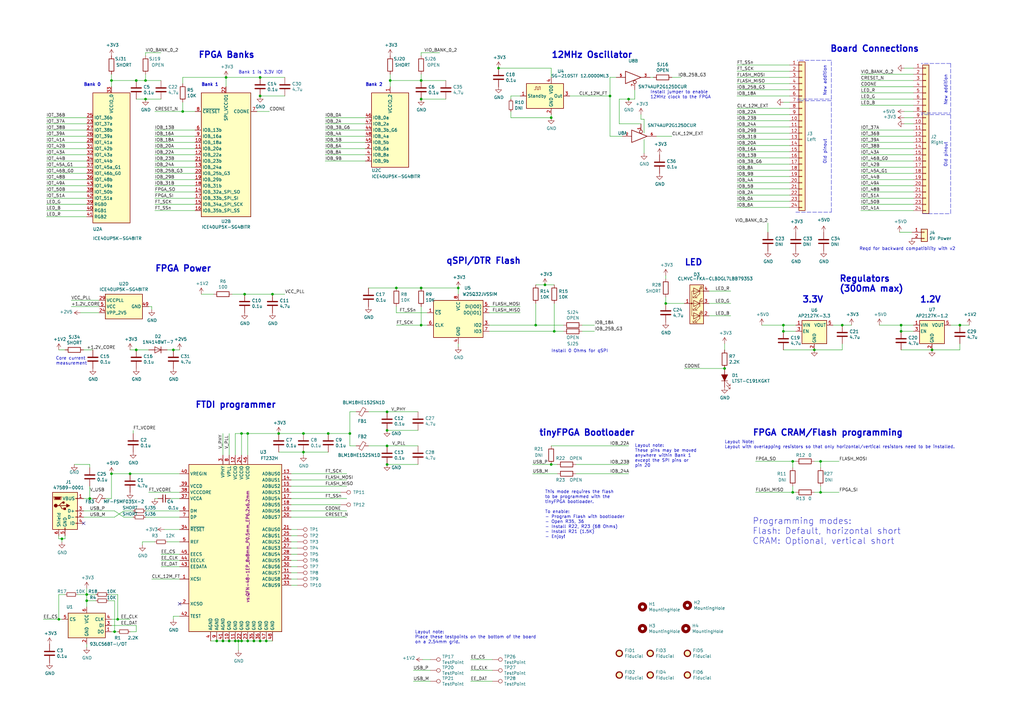
<source format=kicad_sch>
(kicad_sch (version 20231120) (generator "eeschema") (generator_version "8.0")
  (paper "A3")
  (title_block (title "UPduino") (date "2020-08-10") (rev "3.0 v0.2") (company "tinyVision.ai Inc."))
  (junction (at 204.47 27.94))
  (junction (at 172.72 118.11))
  (junction (at 88.9 262.89))
  (junction (at 226.06 48.26))
  (junction (at 325.12 201.93))
  (junction (at 345.44 133.35))
  (junction (at 106.68 262.89))
  (junction (at 35.56 246.38))
  (junction (at 25.4 220.98))
  (junction (at 111.76 120.65))
  (junction (at 35.56 243.84))
  (junction (at 336.55 201.93))
  (junction (at 227.33 135.89))
  (junction (at 158.75 190.5))
  (junction (at 134.62 177.8))
  (junction (at 59.69 33.02))
  (junction (at 160.02 33.02))
  (junction (at 100.33 120.65))
  (junction (at 187.96 118.11))
  (junction (at 297.18 151.13))
  (junction (at 114.3 177.8))
  (junction (at 382.27 143.51))
  (junction (at 158.75 168.91))
  (junction (at 273.05 124.46))
  (junction (at 48.26 254))
  (junction (at 99.06 177.8))
  (junction (at 53.34 194.31))
  (junction (at 219.71 133.35))
  (junction (at 369.57 133.35))
  (junction (at 45.72 194.31))
  (junction (at 93.98 262.89))
  (junction (at 172.72 33.02))
  (junction (at 101.6 177.8))
  (junction (at 104.14 262.89))
  (junction (at 336.55 189.23))
  (junction (at 24.13 254))
  (junction (at 36.83 204.47))
  (junction (at 45.72 33.02))
  (junction (at 172.72 40.64))
  (junction (at 99.06 262.89))
  (junction (at 109.22 262.89))
  (junction (at 334.01 143.51))
  (junction (at 321.31 135.89))
  (junction (at 124.46 177.8))
  (junction (at 59.69 40.64))
  (junction (at 250.19 39.37))
  (junction (at 92.71 31.75))
  (junction (at 74.93 45.72))
  (junction (at 158.75 176.53))
  (junction (at 325.12 189.23))
  (junction (at 106.68 39.37))
  (junction (at 124.46 185.42))
  (junction (at 106.68 31.75))
  (junction (at 223.52 116.84))
  (junction (at 55.88 143.51))
  (junction (at 55.88 33.02))
  (junction (at 101.6 262.89))
  (junction (at 393.7 133.35))
  (junction (at 172.72 133.35))
  (junction (at 369.57 135.89))
  (junction (at 96.52 262.89))
  (junction (at 321.31 133.35))
  (junction (at 71.12 143.51))
  (junction (at 143.51 177.8))
  (junction (at 158.75 182.88))
  (junction (at 226.06 190.5))
  (junction (at 46.99 259.08))
  (junction (at 91.44 262.89))
  (junction (at 162.56 118.11))
  (junction (at 257.81 40.64))
  (junction (at 97.79 262.89))
  (no_connect (at 34.29 214.63))
  (no_connect (at 73.66 247.65))
  (wire (pts (xy 119.38 237.49) (xy 121.92 237.49)))
  (wire (pts (xy 35.56 243.84) (xy 35.56 246.38)))
  (wire (pts (xy 323.85 77.47) (xy 302.26 77.47)))
  (wire (pts (xy 35.56 265.43) (xy 35.56 264.16)))
  (wire (pts (xy 151.13 182.88) (xy 158.75 182.88)))
  (polyline (pts (xy 327.025 40.64) (xy 340.995 40.64)) (stroke (width 0) (type dash)))
  (wire (pts (xy 53.34 194.31) (xy 73.66 194.31)))
  (wire (pts (xy 257.81 190.5) (xy 236.22 190.5)))
  (wire (pts (xy 226.06 182.88) (xy 257.81 182.88)))
  (wire (pts (xy 302.26 44.45) (xy 323.85 44.45)))
  (wire (pts (xy 193.04 279.4) (xy 201.93 279.4)))
  (wire (pts (xy 35.56 48.26) (xy 19.05 48.26)))
  (wire (pts (xy 374.65 48.26) (xy 370.84 48.26)))
  (wire (pts (xy 105.41 45.72) (xy 110.49 45.72)))
  (wire (pts (xy 46.99 259.08) (xy 48.26 259.08)))
  (wire (pts (xy 109.22 262.89) (xy 111.76 262.89)))
  (wire (pts (xy 374.65 58.42) (xy 353.06 58.42)))
  (wire (pts (xy 325.12 189.23) (xy 326.39 189.23)))
  (wire (pts (xy 172.72 22.86) (xy 172.72 21.59)))
  (wire (pts (xy 323.85 72.39) (xy 302.26 72.39)))
  (wire (pts (xy 91.44 186.69) (xy 91.44 177.8)))
  (wire (pts (xy 374.65 81.28) (xy 353.06 81.28)))
  (wire (pts (xy 323.85 26.67) (xy 302.26 26.67)))
  (wire (pts (xy 323.85 46.99) (xy 302.26 46.99)))
  (wire (pts (xy 143.51 168.91) (xy 146.05 168.91)))
  (wire (pts (xy 171.45 176.53) (xy 158.75 176.53)))
  (wire (pts (xy 143.51 177.8) (xy 143.51 182.88)))
  (wire (pts (xy 254 50.8) (xy 254 40.64)))
  (wire (pts (xy 35.56 86.36) (xy 19.05 86.36)))
  (wire (pts (xy 151.13 118.11) (xy 162.56 118.11)))
  (wire (pts (xy 29.21 125.73) (xy 40.64 125.73)))
  (wire (pts (xy 374.65 68.58) (xy 353.06 68.58)))
  (polyline (pts (xy 340.995 24.765) (xy 327.025 24.765)) (stroke (width 0) (type dash)))
  (wire (pts (xy 95.25 120.65) (xy 100.33 120.65)))
  (wire (pts (xy 260.35 40.64) (xy 260.35 36.83)))
  (wire (pts (xy 160.02 30.48) (xy 160.02 33.02)))
  (wire (pts (xy 93.98 262.89) (xy 96.52 262.89)))
  (wire (pts (xy 264.16 57.15) (xy 264.16 62.865)))
  (wire (pts (xy 45.72 33.02) (xy 55.88 33.02)))
  (wire (pts (xy 74.93 45.72) (xy 80.01 45.72)))
  (wire (pts (xy 264.16 54.61) (xy 264.16 48.895)))
  (wire (pts (xy 323.85 74.93) (xy 302.26 74.93)))
  (wire (pts (xy 149.86 60.96) (xy 133.35 60.96)))
  (wire (pts (xy 374.65 66.04) (xy 353.06 66.04)))
  (wire (pts (xy 374.65 83.82) (xy 353.06 83.82)))
  (wire (pts (xy 193.04 274.955) (xy 201.93 274.955)))
  (wire (pts (xy 172.72 21.59) (xy 180.34 21.59)))
  (wire (pts (xy 74.93 41.91) (xy 74.93 45.72)))
  (wire (pts (xy 162.56 133.35) (xy 172.72 133.35)))
  (wire (pts (xy 66.04 229.87) (xy 73.66 229.87)))
  (wire (pts (xy 92.71 31.75) (xy 106.68 31.75)))
  (wire (pts (xy 323.85 54.61) (xy 302.26 54.61)))
  (wire (pts (xy 389.89 133.35) (xy 393.7 133.35)))
  (wire (pts (xy 299.72 119.38) (xy 290.83 119.38)))
  (wire (pts (xy 62.23 237.49) (xy 73.66 237.49)))
  (wire (pts (xy 80.01 76.2) (xy 63.5 76.2)))
  (wire (pts (xy 59.69 30.48) (xy 59.69 33.02)))
  (wire (pts (xy 151.13 168.91) (xy 158.75 168.91)))
  (wire (pts (xy 35.56 71.12) (xy 19.05 71.12)))
  (wire (pts (xy 55.88 259.08) (xy 55.88 256.54)))
  (wire (pts (xy 257.81 194.31) (xy 236.22 194.31)))
  (wire (pts (xy 59.69 21.59) (xy 66.04 21.59)))
  (wire (pts (xy 35.56 76.2) (xy 19.05 76.2)))
  (wire (pts (xy 227.33 135.89) (xy 231.14 135.89)))
  (wire (pts (xy 200.66 135.89) (xy 227.33 135.89)))
  (wire (pts (xy 226.06 46.99) (xy 226.06 48.26)))
  (wire (pts (xy 323.85 29.21) (xy 302.26 29.21)))
  (wire (pts (xy 67.31 217.17) (xy 73.66 217.17)))
  (wire (pts (xy 34.29 143.51) (xy 38.1 143.51)))
  (wire (pts (xy 119.38 196.85) (xy 142.24 196.85)))
  (wire (pts (xy 134.62 177.8) (xy 143.51 177.8)))
  (wire (pts (xy 111.76 120.65) (xy 116.84 120.65)))
  (wire (pts (xy 334.01 189.23) (xy 336.55 189.23)))
  (wire (pts (xy 280.67 151.13) (xy 297.18 151.13)))
  (wire (pts (xy 66.04 232.41) (xy 73.66 232.41)))
  (wire (pts (xy 36.83 204.47) (xy 38.1 204.47)))
  (wire (pts (xy 100.33 120.65) (xy 111.76 120.65)))
  (wire (pts (xy 59.69 33.02) (xy 66.04 33.02)))
  (wire (pts (xy 106.68 262.89) (xy 109.22 262.89)))
  (wire (pts (xy 119.38 234.95) (xy 121.92 234.95)))
  (wire (pts (xy 172.72 125.73) (xy 172.72 133.35)))
  (wire (pts (xy 124.46 177.8) (xy 134.62 177.8)))
  (wire (pts (xy 36.83 190.5) (xy 36.83 191.77)))
  (wire (pts (xy 250.19 55.88) (xy 250.19 39.37)))
  (wire (pts (xy 101.6 186.69) (xy 101.6 177.8)))
  (wire (pts (xy 374.65 78.74) (xy 353.06 78.74)))
  (polyline (pts (xy 389.89 26.035) (xy 377.825 26.035)) (stroke (width 0) (type dash)))
  (wire (pts (xy 149.86 48.26) (xy 133.35 48.26)))
  (wire (pts (xy 143.51 182.88) (xy 146.05 182.88)))
  (wire (pts (xy 209.55 39.37) (xy 213.36 39.37)))
  (wire (pts (xy 26.67 243.84) (xy 24.13 243.84)))
  (wire (pts (xy 96.52 186.69) (xy 96.52 177.8)))
  (wire (pts (xy 172.72 40.64) (xy 182.88 40.64)))
  (wire (pts (xy 80.01 73.66) (xy 63.5 73.66)))
  (wire (pts (xy 172.72 118.11) (xy 187.96 118.11)))
  (wire (pts (xy 321.31 143.51) (xy 334.01 143.51)))
  (wire (pts (xy 80.01 66.04) (xy 63.5 66.04)))
  (wire (pts (xy 71.12 254) (xy 71.12 252.73)))
  (wire (pts (xy 219.71 116.84) (xy 223.52 116.84)))
  (wire (pts (xy 35.56 78.74) (xy 19.05 78.74)))
  (wire (pts (xy 99.06 262.89) (xy 101.6 262.89)))
  (wire (pts (xy 149.86 66.04) (xy 133.35 66.04)))
  (wire (pts (xy 250.19 31.75) (xy 250.19 39.37)))
  (wire (pts (xy 46.99 246.38) (xy 46.99 259.08)))
  (wire (pts (xy 26.67 220.98) (xy 26.67 219.71)))
  (wire (pts (xy 182.88 33.02) (xy 172.72 33.02)))
  (wire (pts (xy 374.65 45.72) (xy 370.84 45.72)))
  (wire (pts (xy 119.38 212.09) (xy 142.24 212.09)))
  (wire (pts (xy 114.3 177.8) (xy 124.46 177.8)))
  (wire (pts (xy 45.72 256.54) (xy 55.88 256.54)))
  (wire (pts (xy 34.29 209.55) (xy 46.99 209.55)))
  (wire (pts (xy 62.23 125.73) (xy 62.23 127)))
  (wire (pts (xy 345.44 133.35) (xy 349.25 133.35)))
  (wire (pts (xy 35.56 88.9) (xy 19.05 88.9)))
  (wire (pts (xy 262.89 48.895) (xy 262.89 46.99)))
  (wire (pts (xy 35.56 83.82) (xy 19.05 83.82)))
  (wire (pts (xy 25.4 254) (xy 24.13 254)))
  (wire (pts (xy 393.7 143.51) (xy 393.7 140.97)))
  (wire (pts (xy 35.56 53.34) (xy 19.05 53.34)))
  (wire (pts (xy 374.65 33.02) (xy 353.06 33.02)))
  (wire (pts (xy 345.44 143.51) (xy 345.44 140.97)))
  (wire (pts (xy 71.12 143.51) (xy 73.66 143.51)))
  (wire (pts (xy 262.89 50.8) (xy 254 50.8)))
  (wire (pts (xy 46.99 209.55) (xy 50.8 212.09)))
  (wire (pts (xy 119.38 222.25) (xy 121.92 222.25)))
  (wire (pts (xy 158.75 182.88) (xy 171.45 182.88)))
  (wire (pts (xy 119.38 194.31) (xy 142.24 194.31)))
  (wire (pts (xy 74.93 34.29) (xy 74.93 31.75)))
  (wire (pts (xy 80.01 55.88) (xy 63.5 55.88)))
  (wire (pts (xy 36.83 199.39) (xy 36.83 204.47)))
  (wire (pts (xy 369.57 135.89) (xy 374.65 135.89)))
  (wire (pts (xy 149.86 53.34) (xy 133.35 53.34)))
  (wire (pts (xy 323.85 59.69) (xy 302.26 59.69)))
  (wire (pts (xy 63.5 204.47) (xy 64.77 204.47)))
  (wire (pts (xy 160.02 33.02) (xy 172.72 33.02)))
  (wire (pts (xy 54.61 212.09) (xy 50.8 212.09)))
  (wire (pts (xy 46.99 212.09) (xy 50.8 209.55)))
  (wire (pts (xy 35.56 50.8) (xy 19.05 50.8)))
  (polyline (pts (xy 340.995 40.64) (xy 340.995 24.765)) (stroke (width 0) (type dash)))
  (wire (pts (xy 336.55 201.93) (xy 344.17 201.93)))
  (wire (pts (xy 325.12 191.77) (xy 325.12 189.23)))
  (wire (pts (xy 86.36 262.89) (xy 88.9 262.89)))
  (wire (pts (xy 114.3 185.42) (xy 124.46 185.42)))
  (wire (pts (xy 374.65 43.18) (xy 353.06 43.18)))
  (wire (pts (xy 321.31 133.35) (xy 326.39 133.35)))
  (wire (pts (xy 25.4 220.98) (xy 26.67 220.98)))
  (wire (pts (xy 323.85 34.29) (xy 302.26 34.29)))
  (wire (pts (xy 374.65 60.96) (xy 353.06 60.96)))
  (wire (pts (xy 160.02 33.02) (xy 160.02 35.56)))
  (wire (pts (xy 92.71 31.75) (xy 92.71 35.56)))
  (wire (pts (xy 35.56 63.5) (xy 19.05 63.5)))
  (wire (pts (xy 119.38 199.39) (xy 142.24 199.39)))
  (wire (pts (xy 80.01 86.36) (xy 63.5 86.36)))
  (wire (pts (xy 82.55 120.65) (xy 87.63 120.65)))
  (wire (pts (xy 149.86 58.42) (xy 133.35 58.42)))
  (wire (pts (xy 55.88 143.51) (xy 60.96 143.51)))
  (wire (pts (xy 323.85 31.75) (xy 302.26 31.75)))
  (wire (pts (xy 264.16 48.895) (xy 262.89 48.895)))
  (wire (pts (xy 63.5 222.25) (xy 58.42 222.25)))
  (wire (pts (xy 218.44 194.31) (xy 228.6 194.31)))
  (wire (pts (xy 334.01 201.93) (xy 336.55 201.93)))
  (wire (pts (xy 169.545 274.955) (xy 176.53 274.955)))
  (wire (pts (xy 80.01 53.34) (xy 63.5 53.34)))
  (wire (pts (xy 30.48 190.5) (xy 36.83 190.5)))
  (wire (pts (xy 143.51 168.91) (xy 143.51 177.8)))
  (wire (pts (xy 323.85 80.01) (xy 302.26 80.01)))
  (wire (pts (xy 119.38 201.93) (xy 139.7 201.93)))
  (wire (pts (xy 119.38 209.55) (xy 142.24 209.55)))
  (wire (pts (xy 219.71 133.35) (xy 219.71 124.46)))
  (wire (pts (xy 80.01 60.96) (xy 63.5 60.96)))
  (wire (pts (xy 370.84 27.94) (xy 374.65 27.94)))
  (wire (pts (xy 35.56 68.58) (xy 19.05 68.58)))
  (wire (pts (xy 88.9 262.89) (xy 91.44 262.89)))
  (wire (pts (xy 45.72 194.31) (xy 53.34 194.31)))
  (wire (pts (xy 80.01 63.5) (xy 63.5 63.5)))
  (wire (pts (xy 33.02 128.27) (xy 40.64 128.27)))
  (wire (pts (xy 119.38 229.87) (xy 121.92 229.87)))
  (wire (pts (xy 162.56 125.73) (xy 162.56 128.27)))
  (wire (pts (xy 323.85 57.15) (xy 302.26 57.15)))
  (wire (pts (xy 173.355 270.51) (xy 176.53 270.51)))
  (wire (pts (xy 323.85 41.91) (xy 321.31 41.91)))
  (wire (pts (xy 101.6 262.89) (xy 104.14 262.89)))
  (wire (pts (xy 382.27 143.51) (xy 393.7 143.51)))
  (wire (pts (xy 374.65 73.66) (xy 353.06 73.66)))
  (wire (pts (xy 119.38 227.33) (xy 121.92 227.33)))
  (wire (pts (xy 238.76 135.89) (xy 243.84 135.89)))
  (wire (pts (xy 53.34 259.08) (xy 55.88 259.08)))
  (wire (pts (xy 257.81 40.64) (xy 260.35 40.64)))
  (polyline (pts (xy 389.89 46.99) (xy 377.825 46.99)) (stroke (width 0) (type dash)))
  (wire (pts (xy 297.18 143.51) (xy 297.18 140.97)))
  (wire (pts (xy 353.06 30.48) (xy 374.65 30.48)))
  (wire (pts (xy 99.06 177.8) (xy 101.6 177.8)))
  (wire (pts (xy 80.01 58.42) (xy 63.5 58.42)))
  (wire (pts (xy 323.85 49.53) (xy 302.26 49.53)))
  (wire (pts (xy 374.65 35.56) (xy 353.06 35.56)))
  (wire (pts (xy 91.44 262.89) (xy 93.98 262.89)))
  (wire (pts (xy 35.56 73.66) (xy 19.05 73.66)))
  (wire (pts (xy 360.68 133.35) (xy 369.57 133.35)))
  (wire (pts (xy 25.4 222.25) (xy 25.4 220.98)))
  (wire (pts (xy 116.84 31.75) (xy 106.68 31.75)))
  (wire (pts (xy 323.85 85.09) (xy 302.26 85.09)))
  (wire (pts (xy 44.45 246.38) (xy 46.99 246.38)))
  (wire (pts (xy 321.31 135.89) (xy 326.39 135.89)))
  (wire (pts (xy 48.26 243.84) (xy 48.26 254)))
  (wire (pts (xy 119.38 217.17) (xy 121.92 217.17)))
  (wire (pts (xy 35.56 66.04) (xy 19.05 66.04)))
  (wire (pts (xy 93.98 186.69) (xy 93.98 177.8)))
  (wire (pts (xy 80.01 81.28) (xy 63.5 81.28)))
  (wire (pts (xy 60.96 125.73) (xy 62.23 125.73)))
  (wire (pts (xy 269.24 55.88) (xy 275.59 55.88)))
  (wire (pts (xy 80.01 83.82) (xy 63.5 83.82)))
  (wire (pts (xy 223.52 116.84) (xy 227.33 116.84)))
  (wire (pts (xy 273.05 124.46) (xy 280.67 124.46)))
  (wire (pts (xy 43.18 204.47) (xy 45.72 204.47)))
  (wire (pts (xy 218.44 190.5) (xy 226.06 190.5)))
  (wire (pts (xy 200.66 133.35) (xy 219.71 133.35)))
  (wire (pts (xy 55.88 33.02) (xy 59.69 33.02)))
  (wire (pts (xy 101.6 177.8) (xy 114.3 177.8)))
  (wire (pts (xy 53.34 143.51) (xy 55.88 143.51)))
  (wire (pts (xy 393.7 133.35) (xy 397.51 133.35)))
  (wire (pts (xy 24.13 254) (xy 17.78 254)))
  (polyline (pts (xy 378.46 87.63) (xy 389.89 87.63)) (stroke (width 0) (type dash)))
  (wire (pts (xy 39.37 246.38) (xy 35.56 246.38)))
  (wire (pts (xy 69.85 204.47) (xy 73.66 204.47)))
  (wire (pts (xy 169.545 279.4) (xy 176.53 279.4)))
  (wire (pts (xy 24.13 219.71) (xy 24.13 220.98)))
  (wire (pts (xy 254 40.64) (xy 257.81 40.64)))
  (wire (pts (xy 97.79 262.89) (xy 99.06 262.89)))
  (wire (pts (xy 187.96 118.11) (xy 187.96 120.65)))
  (wire (pts (xy 374.65 40.64) (xy 353.06 40.64)))
  (wire (pts (xy 334.01 143.51) (xy 345.44 143.51)))
  (wire (pts (xy 325.12 199.39) (xy 325.12 201.93)))
  (wire (pts (xy 149.86 63.5) (xy 133.35 63.5)))
  (wire (pts (xy 374.65 71.12) (xy 353.06 71.12)))
  (wire (pts (xy 209.55 45.72) (xy 209.55 48.26)))
  (wire (pts (xy 34.29 212.09) (xy 46.99 212.09)))
  (polyline (pts (xy 340.995 86.995) (xy 340.995 41.275)) (stroke (width 0) (type dash)))
  (wire (pts (xy 149.86 55.88) (xy 133.35 55.88)))
  (wire (pts (xy 325.12 201.93) (xy 326.39 201.93)))
  (wire (pts (xy 45.72 33.02) (xy 45.72 35.56)))
  (wire (pts (xy 238.76 133.35) (xy 243.84 133.35)))
  (polyline (pts (xy 389.89 26.035) (xy 389.89 46.355)) (stroke (width 0) (type dash)))
  (wire (pts (xy 44.45 243.84) (xy 48.26 243.84)))
  (wire (pts (xy 50.8 209.55) (xy 54.61 209.55)))
  (wire (pts (xy 200.66 125.73) (xy 213.36 125.73)))
  (wire (pts (xy 323.85 39.37) (xy 302.26 39.37)))
  (wire (pts (xy 374.65 38.1) (xy 353.06 38.1)))
  (wire (pts (xy 209.55 48.26) (xy 226.06 48.26)))
  (wire (pts (xy 209.55 39.37) (xy 209.55 40.64)))
  (wire (pts (xy 59.69 209.55) (xy 73.66 209.55)))
  (wire (pts (xy 24.13 243.84) (xy 24.13 254)))
  (wire (pts (xy 314.96 91.44) (xy 314.96 95.25)))
  (wire (pts (xy 266.7 31.75) (xy 267.97 31.75)))
  (wire (pts (xy 312.42 133.35) (xy 321.31 133.35)))
  (wire (pts (xy 60.96 201.93) (xy 73.66 201.93)))
  (wire (pts (xy 273.05 121.92) (xy 273.05 124.46)))
  (wire (pts (xy 252.73 31.75) (xy 250.19 31.75)))
  (wire (pts (xy 119.38 224.79) (xy 121.92 224.79)))
  (wire (pts (xy 336.55 189.23) (xy 344.17 189.23)))
  (wire (pts (xy 187.96 140.97) (xy 187.96 142.24)))
  (wire (pts (xy 97.79 266.7) (xy 97.79 262.89)))
  (wire (pts (xy 299.72 129.54) (xy 290.83 129.54)))
  (wire (pts (xy 54.61 177.8) (xy 54.61 176.53)))
  (wire (pts (xy 158.75 168.91) (xy 171.45 168.91)))
  (wire (pts (xy 119.38 240.03) (xy 121.92 240.03)))
  (wire (pts (xy 233.68 39.37) (xy 250.19 39.37)))
  (wire (pts (xy 80.01 78.74) (xy 63.5 78.74)))
  (wire (pts (xy 374.65 86.36) (xy 353.06 86.36)))
  (wire (pts (xy 336.55 191.77) (xy 336.55 189.23)))
  (wire (pts (xy 45.72 204.47) (xy 45.72 194.31)))
  (wire (pts (xy 45.72 30.48) (xy 45.72 33.02)))
  (wire (pts (xy 172.72 30.48) (xy 172.72 33.02)))
  (wire (pts (xy 323.85 62.23) (xy 302.26 62.23)))
  (wire (pts (xy 35.56 81.28) (xy 19.05 81.28)))
  (wire (pts (xy 96.52 177.8) (xy 99.06 177.8)))
  (wire (pts (xy 106.68 39.37) (xy 116.84 39.37)))
  (wire (pts (xy 323.85 64.77) (xy 302.26 64.77)))
  (wire (pts (xy 74.93 31.75) (xy 92.71 31.75)))
  (wire (pts (xy 35.56 55.88) (xy 19.05 55.88)))
  (wire (pts (xy 273.05 113.03) (xy 273.05 114.3)))
  (wire (pts (xy 124.46 185.42) (xy 134.62 185.42)))
  (wire (pts (xy 162.56 128.27) (xy 175.26 128.27)))
  (wire (pts (xy 323.85 67.31) (xy 302.26 67.31)))
  (wire (pts (xy 34.29 204.47) (xy 36.83 204.47)))
  (wire (pts (xy 374.65 50.8) (xy 370.84 50.8)))
  (wire (pts (xy 172.72 133.35) (xy 175.26 133.35)))
  (wire (pts (xy 24.13 143.51) (xy 26.67 143.51)))
  (wire (pts (xy 99.06 186.69) (xy 99.06 177.8)))
  (wire (pts (xy 35.56 58.42) (xy 19.05 58.42)))
  (wire (pts (xy 63.5 45.72) (xy 74.93 45.72)))
  (wire (pts (xy 80.01 68.58) (xy 63.5 68.58)))
  (wire (pts (xy 119.38 204.47) (xy 142.24 204.47)))
  (wire (pts (xy 369.57 143.51) (xy 382.27 143.51)))
  (wire (pts (xy 309.88 201.93) (xy 325.12 201.93)))
  (wire (pts (xy 68.58 143.51) (xy 71.12 143.51)))
  (wire (pts (xy 323.85 82.55) (xy 302.26 82.55)))
  (wire (pts (xy 119.38 232.41) (xy 121.92 232.41)))
  (wire (pts (xy 374.65 76.2) (xy 353.06 76.2)))
  (wire (pts (xy 71.12 252.73) (xy 73.66 252.73)))
  (wire (pts (xy 55.88 40.64) (xy 59.69 40.64)))
  (wire (pts (xy 58.42 222.25) (xy 58.42 223.52)))
  (polyline (pts (xy 377.825 46.355) (xy 389.89 46.355)) (stroke (width 0) (type dash)))
  (wire (pts (xy 59.69 212.09) (xy 73.66 212.09)))
  (wire (pts (xy 200.66 128.27) (xy 213.36 128.27)))
  (wire (pts (xy 323.85 52.07) (xy 302.26 52.07)))
  (wire (pts (xy 31.75 243.84) (xy 35.56 243.84)))
  (wire (pts (xy 66.04 227.33) (xy 73.66 227.33)))
  (wire (pts (xy 80.01 71.12) (xy 63.5 71.12)))
  (wire (pts (xy 321.31 135.89) (xy 321.31 133.35)))
  (wire (pts (xy 139.7 207.01) (xy 119.38 207.01)))
  (wire (pts (xy 275.59 31.75) (xy 279.4 31.75)))
  (wire (pts (xy 39.37 243.84) (xy 35.56 243.84)))
  (wire (pts (xy 24.13 220.98) (xy 25.4 220.98)))
  (wire (pts (xy 59.69 40.64) (xy 66.04 40.64)))
  (wire (pts (xy 219.71 133.35) (xy 231.14 133.35)))
  (polyline (pts (xy 326.39 86.995) (xy 340.995 86.995)) (stroke (width 0) (type dash)))
  (wire (pts (xy 193.04 270.51) (xy 201.93 270.51)))
  (wire (pts (xy 374.65 63.5) (xy 353.06 63.5)))
  (wire (pts (xy 124.46 186.69) (xy 124.46 185.42)))
  (wire (pts (xy 162.56 118.11) (xy 172.72 118.11)))
  (wire (pts (xy 369.57 135.89) (xy 369.57 133.35)))
  (wire (pts (xy 336.55 199.39) (xy 336.55 201.93)))
  (wire (pts (xy 226.06 27.94) (xy 226.06 31.75)))
  (polyline (pts (xy 340.995 41.275) (xy 327.025 41.275)) (stroke (width 0) (type dash)))
  (wire (pts (xy 73.66 222.25) (xy 68.58 222.25)))
  (wire (pts (xy 45.72 254) (xy 48.26 254)))
  (wire (pts (xy 374.65 53.34) (xy 353.06 53.34)))
  (wire (pts (xy 226.06 190.5) (xy 228.6 190.5)))
  (wire (pts (xy 309.88 189.23) (xy 325.12 189.23)))
  (wire (pts (xy 45.72 259.08) (xy 46.99 259.08)))
  (wire (pts (xy 35.56 60.96) (xy 19.05 60.96)))
  (wire (pts (xy 96.52 262.89) (xy 97.79 262.89)))
  (wire (pts (xy 369.57 133.35) (xy 374.65 133.35)))
  (wire (pts (xy 35.56 246.38) (xy 35.56 248.92)))
  (wire (pts (xy 341.63 133.35) (xy 345.44 133.35)))
  (wire (pts (xy 171.45 190.5) (xy 158.75 190.5)))
  (polyline (pts (xy 389.89 46.99) (xy 389.89 87.63)) (stroke (width 0) (type dash)))
  (wire (pts (xy 255.27 55.88) (xy 250.19 55.88)))
  (wire (pts (xy 204.47 27.94) (xy 226.06 27.94)))
  (wire (pts (xy 227.33 135.89) (xy 227.33 124.46)))
  (wire (pts (xy 119.38 219.71) (xy 121.92 219.71)))
  (wire (pts (xy 299.72 124.46) (xy 290.83 124.46)))
  (wire (pts (xy 48.26 254) (xy 53.34 254)))
  (wire (pts (xy 29.21 123.19) (xy 40.64 123.19)))
  (wire (pts (xy 35.56 243.84) (xy 35.56 241.3)))
  (wire (pts (xy 149.86 50.8) (xy 133.35 50.8)))
  (wire (pts (xy 104.14 262.89) (xy 106.68 262.89)))
  (wire (pts (xy 323.85 36.83) (xy 302.26 36.83)))
  (wire (pts (xy 323.85 69.85) (xy 302.26 69.85)))
  (wire (pts (xy 374.015 95.25) (xy 368.935 95.25)))
  (wire (pts (xy 374.65 55.88) (xy 353.06 55.88)))
  (wire (pts (xy 59.69 22.86) (xy 59.69 21.59)))
  (text "FPGA Banks" (at 81.28 24.13 0) (effects (font (size 2.54 2.54) (thickness 0.508) (bold yes)) (justify left bottom)))
  (text "FPGA Power" (at 63.5 111.76 0) (effects (font (size 2.54 2.54) (thickness 0.508) (bold yes)) (justify left bottom)))
  (text "Install jumper to enable \n12MHz clock to the FPGA" (at 266.7 40.64 0) (effects (font (size 1.27 1.27)) (justify left bottom)))
  (text "Layout note:\nPlace these testpoints on the bottom of the board\non a 2.54mm grid." (at 170.18 264.16 0) (effects (font (size 1.27 1.27)) (justify left bottom)))
  (text "New addition" (at 339.09 39.37 90) (effects (font (size 1.27 1.27)) (justify left bottom)))
  (text "Layout Note:\nLayout with overlapping resistors so that only horizontal/vertical resistors need to be installed." (at 297.18 184.15 0) (effects (font (size 1.27 1.27)) (justify left bottom)))
  (text "New addition" (at 388.62 43.18 90) (effects (font (size 1.27 1.27)) (justify left bottom)))
  (text "Programming modes:\nFlash: Default, horizontal short\nCRAM: Optional, vertical short" (at 308.61 223.52 0) (effects (font (size 2.54 2.54)) (justify left bottom)))
  (text "Board Connections" (at 340.36 21.59 0) (effects (font (size 2.54 2.54) (thickness 0.508) (bold yes)) (justify left bottom)))
  (text "Bank 2" (at 149.86 35.56 0) (effects (font (size 1.27 1.27) (thickness 0.254) (bold yes)) (justify left bottom)))
  (text "Reqd for backward compatibility with v2" (at 352.425 102.87 0) (effects (font (size 1.27 1.27)) (justify left bottom)))
  (text "Old pinout" (at 388.62 68.58 90) (effects (font (size 1.27 1.27)) (justify left bottom)))
  (text "Old pinout" (at 339.09 67.31 90) (effects (font (size 1.27 1.27)) (justify left bottom)))
  (text "Layout note:\nThese pins may be moved \nanywhere within Bank 1\nexcept the SPI pins or \npin 20" (at 260.35 191.77 0) (effects (font (size 1.27 1.27)) (justify left bottom)))
  (text "tinyFPGA Bootloader" (at 220.98 179.07 0) (effects (font (size 2.54 2.54) (thickness 0.508) (bold yes)) (justify left bottom)))
  (text "Core current \nmeasurement" (at 22.86 149.86 0) (effects (font (size 1.27 1.27)) (justify left bottom)))
  (text "Install 0 Ohms for qSPI" (at 226.06 144.78 0) (effects (font (size 1.27 1.27)) (justify left bottom)))
  (text "1.2V" (at 377.19 124.46 0) (effects (font (size 2.54 2.54) (thickness 0.508) (bold yes)) (justify left bottom)))
  (text "Bank 1" (at 82.55 35.56 0) (effects (font (size 1.27 1.27) (thickness 0.254) (bold yes)) (justify left bottom)))
  (text "LED" (at 280.67 109.22 0) (effects (font (size 2.54 2.54) (thickness 0.508) (bold yes)) (justify left bottom)))
  (text "qSPI/DTR Flash" (at 182.88 108.585 0) (effects (font (size 2.54 2.54) (thickness 0.508) (bold yes)) (justify left bottom)))
  (text "FTDI programmer" (at 80.01 167.64 0) (effects (font (size 2.54 2.54) (thickness 0.508) (bold yes)) (justify left bottom)))
  (text "3.3V" (at 328.93 124.46 0) (effects (font (size 2.54 2.54) (thickness 0.508) (bold yes)) (justify left bottom)))
  (text "FPGA CRAM/Flash programming" (at 308.61 179.07 0) (effects (font (size 2.54 2.54) (thickness 0.508) (bold yes)) (justify left bottom)))
  (text "This mode requires the flash \nto be programmed with the \ntinyFPGA bootloader.\n\nTo enable:\n- Program Flash with bootloader\n- Open R35, 36\n- Install R22, R23 (68 Ohms)\n- Install R21 (1.5K)\n- Enjoy!" (at 223.52 220.98 0) (effects (font (size 1.27 1.27)) (justify left bottom)))
  (text "Regulators\n(300mA max)" (at 344.17 120.015 0) (effects (font (size 2.54 2.54) (thickness 0.508) (bold yes)) (justify left bottom)))
  (text "12MHz Oscillator" (at 226.06 24.13 0) (effects (font (size 2.54 2.54) (thickness 0.508) (bold yes)) (justify left bottom)))
  (text "Bank 0" (at 34.29 35.56 0) (effects (font (size 1.27 1.27) (thickness 0.254) (bold yes)) (justify left bottom)))
  (text "Bank 1 is 3.3V IO!" (at 97.79 30.48 0) (effects (font (size 1.27 1.27)) (justify left bottom)))
  (label "VIO_BANK_0_2" (at 173.99 21.59 0))
  (label "IOT_39A" (at 19.05 55.88 0))
  (label "FT_SCK" (at 133.35 194.31 0))
  (label "IOB_0A" (at 302.26 82.55 0))
  (label "USB_M" (at 169.545 279.4 0))
  (label "VIO_BANK_0_2" (at 353.06 30.48 0))
  (label "IOB_4A" (at 302.26 74.93 0))
  (label "FT_SSn" (at 302.26 26.67 0))
  (label "V_PLL" (at 93.98 184.15 90))
  (label "IOT_39A" (at 353.06 58.42 0))
  (label "IOB_9B" (at 133.35 66.04 0))
  (label "IOT_50B" (at 19.05 78.74 0))
  (label "IOB_23B" (at 250.19 190.5 0))
  (label "EE_CLK" (at 193.04 274.955 0))
  (label "IOT_46B_G0" (at 353.06 66.04 0))
  (label "IOB_25B_G3" (at 278.13 31.75 0))
  (label "IOB_24A" (at 250.19 194.31 0))
  (label "CDONE" (at 110.49 45.72 0))
  (label "EE_DAT" (at 49.53 256.54 0))
  (label "VIO_BANK_0_2" (at 314.96 91.44 180))
  (label "IOB_29B" (at 63.5 73.66 0))
  (label "IOB_3B_G6" (at 133.35 53.34 0))
  (label "VIO_BANK_0_2" (at 59.69 21.59 0))
  (label "IOT_50B" (at 353.06 83.82 0))
  (label "IOT_37A" (at 353.06 53.34 0))
  (label "FT_SCK" (at 302.26 29.21 0))
  (label "FT_VCORE" (at 60.96 201.93 0))
  (label "IOB_25B_G3" (at 302.26 36.83 0))
  (label "IOB_23B" (at 63.5 66.04 0))
  (label "IOB_22A" (at 250.19 182.88 0))
  (label "LED_G" (at 353.06 40.64 0))
  (label "EE_DAT" (at 66.04 232.41 0))
  (label "LED_R" (at 19.05 88.9 0))
  (label "IOB_13B" (at 302.26 64.77 0))
  (label "EE_CS" (at 193.04 270.51 0))
  (label "IOB_18A" (at 302.26 39.37 0))
  (label "CRESET_N" (at 353.06 33.02 0))
  (label "FLASH_MISO" (at 201.93 128.27 0))
  (label "IOT_42B" (at 353.06 68.58 0))
  (label "LED_R" (at 353.06 38.1 0))
  (label "IOB_24A" (at 302.26 52.07 0))
  (label "IOT_44B" (at 353.06 73.66 0))
  (label "USB_P" (at 169.545 274.955 0))
  (label "IOT_41A" (at 353.06 86.36 0))
  (label "IOB_5B" (at 302.26 77.47 0))
  (label "USB_P" (at 36.83 209.55 0))
  (label "FPGA_SO" (at 63.5 78.74 0))
  (label "IOB_24A" (at 63.5 68.58 0))
  (label "LED_G" (at 19.05 83.82 0))
  (label "LED_R" (at 293.37 119.38 0))
  (label "FLASH_MOSI" (at 344.17 189.23 0))
  (label "FT_SCK" (at 63.5 83.82 0))
  (label "+1.2V_CORE" (at 35.56 143.51 0))
  (label "IOB_3B_G6" (at 302.26 67.31 0))
  (label "FLASH_MOSI" (at 133.35 196.85 0))
  (label "IOT_37A" (at 19.05 50.8 0))
  (label "IOB_25B_G3" (at 63.5 71.12 0))
  (label "FPGA_SI" (at 63.5 81.28 0))
  (label "IOT_42B" (at 19.05 60.96 0))
  (label "IOB_23B" (at 302.26 49.53 0))
  (label "EE_CS" (at 17.78 254 0))
  (label "EE_DAT" (at 193.04 279.4 0))
  (label "LED_B" (at 353.06 43.18 0))
  (label "FLASH_MISO" (at 302.26 34.29 0))
  (label "CLK_12M_EXT" (at 302.26 44.45 0))
  (label "IOT_49A" (at 19.05 76.2 0))
  (label "CLK_12M_FT" (at 62.23 237.49 0))
  (label "V_USB" (at 36.83 201.93 0))
  (label "IOT_45A_G1" (at 19.05 68.58 0))
  (label "CRESET_N" (at 63.5 45.72 0))
  (label "IOB_16A" (at 302.26 62.23 0))
  (label "EE_CLK" (at 49.53 254 0))
  (label "IOT_49A" (at 353.06 76.2 0))
  (label "FT_VCORE" (at 54.61 176.53 0))
  (label "IOB_0A" (at 133.35 48.26 0))
  (label "LED_B" (at 293.37 129.54 0))
  (label "FLASH_MISO" (at 309.88 201.93 0))
  (label "IOB_20A" (at 302.26 59.69 0))
  (label "IOB_6A" (at 302.26 85.09 0))
  (label "IOT_38B" (at 19.05 53.34 0))
  (label "IOB_16A" (at 63.5 55.88 0))
  (label "FPGA_SO" (at 309.88 189.23 0))
  (label "IOB_2A" (at 302.26 80.01 0))
  (label "IOB_4A" (at 133.35 55.88 0))
  (label "FLASH_MOSI" (at 201.93 125.73 0))
  (label "USB_P" (at 218.44 190.5 0))
  (label "FT_SCK" (at 162.56 133.35 0))
  (label "IOT_43A" (at 19.05 63.5 0))
  (label "USB_M" (at 36.83 212.09 0))
  (label "IOB_18A" (at 63.5 58.42 0))
  (label "LED_B" (at 19.05 86.36 0))
  (label "IOB_29B" (at 302.26 54.61 0))
  (label "CRESET_N" (at 133.35 212.09 0))
  (label "EE_CS" (at 66.04 227.33 0))
  (label "IOT_48B" (at 19.05 73.66 0))
  (label "IOB_6A" (at 133.35 60.96 0))
  (label "LED_G" (at 293.37 124.46 0))
  (label "IOB_22A" (at 302.26 46.99 0))
  (label "IOT_51A" (at 19.05 81.28 0))
  (label "FT_SSn" (at 163.83 128.27 0))
  (label "FT_SSn" (at 63.5 86.36 0))
  (label "IOB_8A" (at 302.26 69.85 0))
  (label "IOT_38B" (at 353.06 60.96 0))
  (label "IOB_2A" (at 133.35 50.8 0))
  (label "+1.2V_CORE" (at 29.21 125.73 0))
  (label "IOB_18A" (at 243.84 133.35 0))
  (label "V_PLL" (at 166.37 182.88 180))
  (label "IOT_36B" (at 19.05 48.26 0))
  (label "USB_M" (at 218.44 194.31 0))
  (label "IOT_36B" (at 353.06 55.88 0))
  (label "IOB_31B" (at 63.5 76.2 0))
  (label "IOB_8A" (at 133.35 63.5 0))
  (label "CDONE" (at 133.35 209.55 0))
  (label "IOB_9B" (at 302.26 72.39 0))
  (label "V_PHY" (at 166.37 168.91 180))
  (label "FT_SSn" (at 133.35 204.47 0))
  (label "IOB_31B" (at 302.26 57.15 0))
  (label "V_PHY" (at 91.44 184.15 90))
  (label "IOT_45A_G1" (at 353.06 71.12 0))
  (label "IOT_41A" (at 19.05 58.42 0))
  (label "IOB_5B" (at 133.35 58.42 0))
  (label "IOB_22A" (at 63.5 63.5 0))
  (label "FLASH_MOSI" (at 302.26 31.75 0))
  (label "CDONE" (at 353.06 35.56 0))
  (label "IOT_51A" (at 353.06 81.28 0))
  (label "VCC_PLL" (at 116.84 120.65 0))
  (label "VCC_PLL" (at 29.21 123.19 0))
  (label "FLASH_MISO" (at 133.35 199.39 0))
  (label "CDONE" (at 280.67 151.13 0))
  (label "IOT_44B" (at 19.05 66.04 0))
  (label "IOB_13B" (at 63.5 53.34 0))
  (label "IOB_25B_G3" (at 243.84 135.89 0))
  (label "EE_CLK" (at 66.04 229.87 0))
  (label "IOT_48B" (at 353.06 78.74 0))
  (label "IOT_46B_G0" (at 19.05 71.12 0))
  (label "CLK_12M_EXT" (at 275.59 55.88 0))
  (label "FPGA_SI" (at 344.17 201.93 0))
  (label "IOT_43A" (at 353.06 63.5 0))
  (label "IOB_20A" (at 63.5 60.96 0))
  (label "CLK_12M_FT" (at 237.49 39.37 0))
  (symbol (lib_id "UPduino_v3.0:ICE40UP5K-SG48ITR-FPGA_Lattice") (at 45.72 63.5 0) (unit 1)
    (property "Reference" "U2" (at 38.1 93.98 0) (effects (justify left)))
    (property "Value" "ICE40UP5K-SG48ITR" (at 38.1 97.79 0) (effects (justify left)))
    (property "Footprint" "Package_DFN_QFN:QFN-48-1EP_7x7mm_P0.5mm_EP5.6x5.6mm" (effects (hide yes)))
    (property "Datasheet" "http://www.latticesemi.com/Products/FPGAandCPLD/iCE40Ultra" (effects (hide yes)))
  )
  (symbol (lib_id "UPduino_v3.0:ICE40UP5K-SG48ITR-FPGA_Lattice") (at 160.02 53.34 0) (unit 3)
    (property "Reference" "U2" (at 152.4 69.85 0) (effects (justify left)))
    (property "Value" "ICE40UP5K-SG48ITR" (at 152.4 72.39 0) (effects (justify left)))
    (property "Footprint" "Package_DFN_QFN:QFN-48-1EP_7x7mm_P0.5mm_EP5.6x5.6mm" (effects (hide yes)))
    (property "Datasheet" "http://www.latticesemi.com/Products/FPGAandCPLD/iCE40Ultra" (effects (hide yes)))
  )
  (symbol (lib_id "UPduino_v3.0:ICE40UP5K-SG48ITR-FPGA_Lattice") (at 50.8 125.73 90) (unit 4)
    (property "Reference" "U2" (at 50.8 116.4082 90))
    (property "Value" "ICE40UP5K-SG48ITR" (at 50.8 118.7196 90))
    (property "Footprint" "Package_DFN_QFN:QFN-48-1EP_7x7mm_P0.5mm_EP5.6x5.6mm" (effects (hide yes)))
    (property "Datasheet" "http://www.latticesemi.com/Products/FPGAandCPLD/iCE40Ultra" (effects (hide yes)))
  )
  (symbol (lib_id "UPduino_v3.0:power_GND") (at 62.23 127 0) (unit 1)
    (property "Reference" "#PWR030" (effects (hide yes)))
    (property "Value" "GND" (at 62.357 131.3942 0))
  )
  (symbol (lib_id "UPduino_v3.0:power_+2V5") (at 33.02 128.27 90) (unit 1)
    (property "Reference" "#PWR024" (effects (hide yes)))
    (property "Value" "+2V5" (at 29.7688 127.889 90) (effects (justify left)))
  )
  (symbol (lib_id "UPduino_v3.0:power_+3.3V") (at 92.71 31.75 0) (unit 1)
    (property "Reference" "#PWR016" (effects (hide yes)))
    (property "Value" "+3V3" (at 93.091 27.3558 0))
  )
  (symbol (lib_id "UPduino_v3.0:Device_C") (at 55.88 36.83 0) (unit 1)
    (property "Reference" "C5" (at 58.801 35.6616 0) (effects (justify left)))
    (property "Value" "0.1u" (at 58.801 37.973 0) (effects (justify left)))
    (property "Footprint" "Capacitor_SMD:C_0603_1608Metric" (effects (hide yes)))
    (property "MPN" "C1005X5R0J104K050BA" (effects (hide yes)))
  )
  (symbol (lib_id "UPduino_v3.0:Device_C") (at 106.68 35.56 0) (unit 1)
    (property "Reference" "C14" (at 109.601 34.3916 0) (effects (justify left)))
    (property "Value" "0.1u" (at 109.601 36.703 0) (effects (justify left)))
    (property "Footprint" "Capacitor_SMD:C_0603_1608Metric" (effects (hide yes)))
  )
  (symbol (lib_id "UPduino_v3.0:Device_C") (at 172.72 36.83 0) (unit 1)
    (property "Reference" "C6" (at 175.641 35.6616 0) (effects (justify left)))
    (property "Value" "0.1u" (at 175.641 37.973 0) (effects (justify left)))
    (property "Footprint" "Capacitor_SMD:C_0603_1608Metric" (effects (hide yes)))
  )
  (symbol (lib_id "UPduino_v3.0:power_GND") (at 172.72 40.64 0) (unit 1)
    (property "Reference" "#PWR018" (effects (hide yes)))
    (property "Value" "GND" (at 172.847 45.0342 0))
  )
  (symbol (lib_id "UPduino_v3.0:power_GND") (at 59.69 40.64 0) (unit 1)
    (property "Reference" "#PWR017" (effects (hide yes)))
    (property "Value" "GND" (at 59.817 45.0342 0))
  )
  (symbol (lib_id "UPduino_v3.0:power_GND") (at 106.68 39.37 0) (unit 1)
    (property "Reference" "#PWR031" (effects (hide yes)))
    (property "Value" "GND" (at 106.807 43.7642 0))
  )
  (symbol (lib_id "UPduino_v3.0:Connector_Generic_Conn_01x24") (at 379.73 55.88 0) (unit 1)
    (property "Reference" "J2" (at 381.762 56.0832 0) (effects (justify left)))
    (property "Value" "Right" (at 381.762 58.3946 0) (effects (justify left)))
    (property "Footprint" "vs:PinHeader_1x24_P2.54mm_Vertical" (effects (hide yes)))
  )
  (symbol (lib_id "UPduino_v3.0:Connector_Generic_Conn_01x24") (at 328.93 54.61 0) (unit 1)
    (property "Reference" "J3" (at 330.9366 54.8132 0) (effects (justify left)))
    (property "Value" "Left" (at 330.9366 57.1246 0) (effects (justify left)))
    (property "Footprint" "vs:PinHeader_1x24_P2.54mm_Vertical" (effects (hide yes)))
  )
  (symbol (lib_id "UPduino_v3.0:Connector_Generic_Conn_01x02") (at 379.095 95.25 0) (unit 1)
    (property "Reference" "J4" (at 381.127 95.4532 0) (effects (justify left)))
    (property "Value" "5V Power" (at 381.127 97.7646 0) (effects (justify left)))
    (property "Footprint" "Connector_PinHeader_2.54mm:PinHeader_1x02_P2.54mm_Vertical" (effects (hide yes)))
  )
  (symbol (lib_id "UPduino_v3.0:power_GND") (at 374.015 97.79 0) (unit 1)
    (property "Reference" "#PWR063" (effects (hide yes)))
    (property "Value" "GND" (effects (hide yes)))
  )
  (symbol (lib_id "UPduino_v3.0:Interface_USB_FT232H") (at 96.52 224.79 0) (unit 1)
    (property "Reference" "U3" (at 107.95 185.42 0))
    (property "Value" "FT232H" (at 110.49 187.96 0))
    (property "Footprint" "vs:QFN-48-1EP_8x8mm_P0.5mm_EP6.2x6.2mm" (at 101.6 224.155 90))
    (property "Datasheet" "http://www.ftdichip.com/Products/ICs/FT232H.htm" (effects (hide yes)))
  )
  (symbol (lib_id "UPduino_v3.0:power_GND") (at 97.79 266.7 0) (unit 1)
    (property "Reference" "#PWR019" (effects (hide yes)))
    (property "Value" "GND" (at 97.917 271.0942 0))
  )
  (symbol (lib_id "UPduino_v3.0:ASDMB-xxxMHz-Oscillator") (at 223.52 39.37 0) (unit 1)
    (property "Reference" "U4" (at 228.6 29.21 0) (effects (justify left)))
    (property "Value" "SG-210STF 12.0000ML3" (at 226.06 31.115 0) (effects (justify left)))
    (property "Footprint" "vs:Oscillator_SMD_Abracon_ASDMB-4Pin_2.5x2.0mm" (effects (hide yes)))
    (property "Datasheet" "https://abracon.com/Oscillators/ASDMB.pdf" (effects (hide yes)))
  )
  (symbol (lib_id "UPduino_v3.0:Connector_USB_B_Micro") (at 26.67 209.55 0) (unit 1)
    (property "Reference" "J1" (at 28.1178 197.6882 0))
    (property "Value" "47589-0001" (at 28.1178 199.9996 0))
    (property "Footprint" "vs:USB_Micro_AB_Female_0475890001" (effects (hide yes)))
  )
  (symbol (lib_id "UPduino_v3.0:power_GND") (at 25.4 222.25 0) (unit 1)
    (property "Reference" "#PWR01" (effects (hide yes)))
    (property "Value" "GND" (at 25.527 226.6442 0))
  )
  (symbol (lib_id "UPduino_v3.0:93LCxxBxxOT-Memory_EEPROM") (at 35.56 256.54 0) (unit 1)
    (property "Reference" "U1" (at 28.575 248.92 0))
    (property "Value" "93LC56BT-I/OT" (at 44.45 264.16 0))
    (property "Footprint" "vs:SOT-23-6" (effects (hide yes)))
    (property "Datasheet" "http://ww1.microchip.com/downloads/en/DeviceDoc/20001749K.pdf" (effects (hide yes)))
  )
  (symbol (lib_id "UPduino_v3.0:power_GND") (at 35.56 265.43 0) (unit 1)
    (property "Reference" "#PWR03" (effects (hide yes)))
    (property "Value" "GND" (at 35.687 269.8242 0))
  )
  (symbol (lib_id "UPduino_v3.0:Diode_1N4148W") (at 64.77 143.51 0) (mirror y) (unit 1)
    (property "Reference" "D2" (at 64.77 137.9982 0))
    (property "Value" "1N4148WT-7" (at 64.77 140.3096 0))
    (property "Footprint" "Diode_SMD:D_SOD-523" (effects (hide yes)))
    (property "Datasheet" "https://www.vishay.com/docs/85748/1n4148w.pdf" (effects (hide yes)))
  )
  (symbol (lib_id "UPduino_v3.0:Device_C") (at 71.12 147.32 0) (unit 1)
    (property "Reference" "C31" (at 74.041 146.1516 0) (effects (justify left)))
    (property "Value" "4.7u" (at 74.041 148.463 0) (effects (justify left)))
    (property "Footprint" "Capacitor_SMD:C_0603_1608Metric" (effects (hide yes)))
  )
  (symbol (lib_id "UPduino_v3.0:power_GND") (at 71.12 151.13 0) (unit 1)
    (property "Reference" "#PWR052" (effects (hide yes)))
    (property "Value" "GND" (at 71.247 155.5242 0))
  )
  (symbol (lib_id "UPduino_v3.0:power_+3.3V") (at 35.56 241.3 0) (unit 1)
    (property "Reference" "#PWR02" (effects (hide yes)))
    (property "Value" "+3V3" (at 35.941 236.9058 0))
  )
  (symbol (lib_id "UPduino_v3.0:Device_R_Small") (at 50.8 259.08 270) (unit 1)
    (property "Reference" "R1" (at 48.26 261.62 90))
    (property "Value" "2.2K" (at 54.61 261.62 90))
    (property "Footprint" "Resistor_SMD:R_0603_1608Metric" (effects (hide yes)))
  )
  (symbol (lib_id "UPduino_v3.0:power_GND") (at 226.06 48.26 0) (unit 1)
    (property "Reference" "#PWR046" (effects (hide yes)))
    (property "Value" "GND" (at 226.187 52.6542 0))
  )
  (symbol (lib_id "UPduino_v3.0:Device_C") (at 204.47 31.75 0) (unit 1)
    (property "Reference" "C18" (at 207.391 30.5816 0) (effects (justify left)))
    (property "Value" "0.1u" (at 207.391 32.893 0) (effects (justify left)))
    (property "Footprint" "Capacitor_SMD:C_0603_1608Metric" (effects (hide yes)))
  )
  (symbol (lib_id "UPduino_v3.0:power_GND") (at 204.47 35.56 0) (unit 1)
    (property "Reference" "#PWR040" (effects (hide yes)))
    (property "Value" "GND" (at 204.597 39.9542 0))
  )
  (symbol (lib_id "UPduino_v3.0:Device_R_Small") (at 209.55 43.18 180) (unit 1)
    (property "Reference" "R10" (at 211.0486 42.0116 0) (effects (justify right)))
    (property "Value" "DNI" (at 211.0486 44.323 0) (effects (justify right)))
    (property "Footprint" "Resistor_SMD:R_0603_1608Metric" (effects (hide yes)))
  )
  (symbol (lib_id "UPduino_v3.0:Device_R") (at 30.48 143.51 270) (unit 1)
    (property "Reference" "SJ34" (at 30.48 138.2522 90))
    (property "Value" "SHORT" (at 30.48 140.5636 90))
    (property "Footprint" "vs:ShortedJumper-2_P1.3mm_Bridged_Pad1.0x1.0mm" (effects (hide yes)))
  )
  (symbol (lib_id "UPduino_v3.0:power_+1V2") (at 24.13 143.51 0) (unit 1)
    (property "Reference" "#PWR023" (effects (hide yes)))
    (property "Value" "+1V2" (at 24.511 139.1158 0))
  )
  (symbol (lib_id "UPduino_v3.0:Device_C") (at 53.34 198.12 0) (unit 1)
    (property "Reference" "C1" (at 56.261 196.9516 0) (effects (justify left)))
    (property "Value" "4.7u" (at 56.261 199.263 0) (effects (justify left)))
    (property "Footprint" "Capacitor_SMD:C_0603_1608Metric" (effects (hide yes)))
  )
  (symbol (lib_id "UPduino_v3.0:power_GND") (at 53.34 201.93 0) (unit 1)
    (property "Reference" "#PWR04" (effects (hide yes)))
    (property "Value" "GND" (effects (hide yes)))
  )
  (symbol (lib_id "UPduino_v3.0:Device_C") (at 114.3 181.61 0) (unit 1)
    (property "Reference" "C7" (at 117.221 180.4416 0) (effects (justify left)))
    (property "Value" "0.1u" (at 117.221 182.753 0) (effects (justify left)))
    (property "Footprint" "Capacitor_SMD:C_0603_1608Metric" (effects (hide yes)))
  )
  (symbol (lib_id "UPduino_v3.0:Device_C") (at 124.46 181.61 0) (unit 1)
    (property "Reference" "C8" (at 127.381 180.4416 0) (effects (justify left)))
    (property "Value" "0.1u" (at 127.381 182.753 0) (effects (justify left)))
    (property "Footprint" "Capacitor_SMD:C_0603_1608Metric" (effects (hide yes)))
  )
  (symbol (lib_id "UPduino_v3.0:Device_C") (at 134.62 181.61 0) (unit 1)
    (property "Reference" "C9" (at 137.541 180.4416 0) (effects (justify left)))
    (property "Value" "0.1u" (at 137.541 182.753 0) (effects (justify left)))
    (property "Footprint" "Capacitor_SMD:C_0603_1608Metric" (effects (hide yes)))
  )
  (symbol (lib_id "UPduino_v3.0:power_GND") (at 124.46 186.69 0) (unit 1)
    (property "Reference" "#PWR021" (effects (hide yes)))
    (property "Value" "GND" (at 124.587 191.0842 0))
  )
  (symbol (lib_id "UPduino_v3.0:power_+5VD") (at 45.72 194.31 0) (unit 1)
    (property "Reference" "#PWR034" (effects (hide yes)))
    (property "Value" "+5VD" (at 46.101 189.9158 0))
  )
  (symbol (lib_id "UPduino_v3.0:power_+5VD") (at 312.42 133.35 0) (unit 1)
    (property "Reference" "#PWR064" (effects (hide yes)))
    (property "Value" "+5VD" (at 312.801 128.9558 0))
  )
  (symbol (lib_id "UPduino_v3.0:power_+3.3V") (at 114.3 177.8 0) (unit 1)
    (property "Reference" "#PWR020" (effects (hide yes)))
    (property "Value" "+3V3" (at 114.681 173.4058 0))
  )
  (symbol (lib_id "UPduino_v3.0:Device_R_Small") (at 66.04 222.25 270) (unit 1)
    (property "Reference" "R3" (at 63.5 219.71 90))
    (property "Value" "12K" (at 69.85 219.71 90))
    (property "Footprint" "Resistor_SMD:R_0603_1608Metric" (effects (hide yes)))
  )
  (symbol (lib_id "UPduino_v3.0:power_+3.3V") (at 67.31 217.17 90) (unit 1)
    (property "Reference" "#PWR08" (effects (hide yes)))
    (property "Value" "+3V3" (at 64.77 217.17 90) (effects (justify left)))
  )
  (symbol (lib_id "UPduino_v3.0:power_GND") (at 58.42 223.52 0) (unit 1)
    (property "Reference" "#PWR07" (effects (hide yes)))
    (property "Value" "GND" (at 58.547 227.9142 0))
  )
  (symbol (lib_id "UPduino_v3.0:power_+5VD") (at 360.68 133.35 0) (unit 1)
    (property "Reference" "#PWR065" (effects (hide yes)))
    (property "Value" "+5VD" (at 361.061 128.9558 0))
  )
  (symbol (lib_id "UPduino_v3.0:power_GND") (at 71.12 254 0) (unit 1)
    (property "Reference" "#PWR014" (effects (hide yes)))
    (property "Value" "GND" (at 71.247 258.3942 0))
  )
  (symbol (lib_id "UPduino_v3.0:Device_C_Small") (at 67.31 204.47 270) (unit 1)
    (property "Reference" "C4" (at 69.85 205.74 90))
    (property "Value" "0.1u" (at 71.12 208.28 90))
    (property "Footprint" "Capacitor_SMD:C_0603_1608Metric" (effects (hide yes)))
  )
  (symbol (lib_id "UPduino_v3.0:power_GND") (at 63.5 204.47 0) (unit 1)
    (property "Reference" "#PWR09" (effects (hide yes)))
    (property "Value" "GND" (effects (hide yes)))
  )
  (symbol (lib_id "UPduino_v3.0:Device_R_Small") (at 57.15 209.55 270) (unit 1)
    (property "Reference" "SJ35" (at 61.595 208.28 90))
    (property "Value" "SHORT" (at 53.34 208.28 90))
    (property "Footprint" "vs:ShortedJumper-2_P1.3mm_Bridged_Pad1.0x1.0mm" (effects (hide yes)))
  )
  (symbol (lib_id "UPduino_v3.0:Device_R_Small") (at 57.15 212.09 270) (unit 1)
    (property "Reference" "SJ36" (at 61.595 210.82 90))
    (property "Value" "SHORT" (at 53.34 210.82 90))
    (property "Footprint" "vs:ShortedJumper-2_P1.3mm_Bridged_Pad1.0x1.0mm" (effects (hide yes)))
  )
  (symbol (lib_id "UPduino_v3.0:Device_C") (at 116.84 35.56 0) (unit 1)
    (property "Reference" "C30" (at 119.761 34.3916 0) (effects (justify left)))
    (property "Value" "4.7u" (at 119.761 36.703 0) (effects (justify left)))
    (property "Footprint" "Capacitor_SMD:C_0603_1608Metric" (effects (hide yes)))
  )
  (symbol (lib_id "UPduino_v3.0:Device_C") (at 66.04 36.83 0) (unit 1)
    (property "Reference" "C22" (at 68.961 35.6616 0) (effects (justify left)))
    (property "Value" "4.7u" (at 68.961 37.973 0) (effects (justify left)))
    (property "Footprint" "Capacitor_SMD:C_0603_1608Metric" (effects (hide yes)))
  )
  (symbol (lib_id "UPduino_v3.0:Device_C") (at 182.88 36.83 0) (unit 1)
    (property "Reference" "C35" (at 185.801 35.6616 0) (effects (justify left)))
    (property "Value" "4.7u" (at 185.801 37.973 0) (effects (justify left)))
    (property "Footprint" "Capacitor_SMD:C_0603_1608Metric" (effects (hide yes)))
  )
  (symbol (lib_id "UPduino_v3.0:Device_C") (at 54.61 181.61 0) (unit 1)
    (property "Reference" "C2" (at 57.531 180.4416 0) (effects (justify left)))
    (property "Value" "0.1u" (at 57.531 182.753 0) (effects (justify left)))
    (property "Footprint" "Capacitor_SMD:C_0603_1608Metric" (effects (hide yes)))
  )
  (symbol (lib_id "UPduino_v3.0:power_GND") (at 54.61 185.42 0) (unit 1)
    (property "Reference" "#PWR06" (effects (hide yes)))
    (property "Value" "GND" (at 54.737 189.8142 0))
  )
  (symbol (lib_id "UPduino_v3.0:W25Q32JVSS-Memory_Flash") (at 187.96 130.81 0) (unit 1)
    (property "Reference" "U5" (at 191.77 118.11 0))
    (property "Value" "W25Q32JVSSIM" (at 196.85 120.65 0))
    (property "Footprint" "Package_SO:SOIC-8_5.23x5.23mm_P1.27mm" (effects (hide yes)))
    (property "Datasheet" "http://www.winbond.com/resource-files/w25q32jv%20revg%2003272018%20plus.pdf" (effects (hide yes)))
  )
  (symbol (lib_id "UPduino_v3.0:power_GND") (at 187.96 142.24 0) (unit 1)
    (property "Reference" "#PWR042" (effects (hide yes)))
    (property "Value" "GND" (at 188.087 146.6342 0))
  )
  (symbol (lib_id "UPduino_v3.0:power_+3.3V") (at 187.96 118.11 0) (unit 1)
    (property "Reference" "#PWR041" (effects (hide yes)))
    (property "Value" "+3V3" (at 188.341 113.7158 0))
  )
  (symbol (lib_id "UPduino_v3.0:Device_C") (at 151.13 121.92 0) (unit 1)
    (property "Reference" "C17" (at 154.051 120.7516 0) (effects (justify left)))
    (property "Value" "0.1u" (at 154.051 123.063 0) (effects (justify left)))
    (property "Footprint" "Capacitor_SMD:C_0603_1608Metric" (effects (hide yes)))
  )
  (symbol (lib_id "UPduino_v3.0:power_GND") (at 151.13 125.73 0) (unit 1)
    (property "Reference" "#PWR038" (effects (hide yes)))
    (property "Value" "GND" (at 151.257 130.1242 0))
  )
  (symbol (lib_id "UPduino_v3.0:power_GND") (at 270.51 71.12 0) (unit 1)
    (property "Reference" "#PWR0104" (effects (hide yes)))
    (property "Value" "GND" (at 270.637 75.5142 0))
  )
  (symbol (lib_id "UPduino_v3.0:Device_R") (at 45.72 26.67 0) (unit 1)
    (property "Reference" "SJ31" (at 49.53 24.13 0))
    (property "Value" "SHORT" (at 50.8 26.67 0))
    (property "Footprint" "vs:ShortedJumper-2_P1.3mm_Bridged_Pad1.0x1.0mm" (effects (hide yes)))
  )
  (symbol (lib_id "UPduino_v3.0:power_+5VD") (at 368.935 95.25 0) (unit 1)
    (property "Reference" "#PWR0105" (effects (hide yes)))
    (property "Value" "+5VD" (at 369.316 90.8558 0))
  )
  (symbol (lib_id "UPduino_v3.0:Device_Ferrite_Bead_Small") (at 148.59 168.91 270) (unit 1)
    (property "Reference" "FB1" (at 148.59 172.72 90))
    (property "Value" "BLM18HE152SN1D" (at 149.225 165.1 90))
    (property "Footprint" "Inductor_SMD:L_0603_1608Metric" (effects (hide yes)))
  )
  (symbol (lib_id "UPduino_v3.0:Device_C") (at 100.33 124.46 0) (unit 1)
    (property "Reference" "C10" (at 103.251 123.2916 0) (effects (justify left)))
    (property "Value" "0.1u" (at 103.251 125.603 0) (effects (justify left)))
    (property "Footprint" "Capacitor_SMD:C_0603_1608Metric" (effects (hide yes)))
  )
  (symbol (lib_id "UPduino_v3.0:Device_Ferrite_Bead_Small") (at 148.59 182.88 270) (unit 1)
    (property "Reference" "FB2" (at 148.59 179.07 90))
    (property "Value" "BLM18HE152SN1D" (at 147.32 186.69 90))
    (property "Footprint" "Inductor_SMD:L_0603_1608Metric" (effects (hide yes)))
  )
  (symbol (lib_id "UPduino_v3.0:Device_C") (at 158.75 172.72 0) (unit 1)
    (property "Reference" "C12" (at 161.671 171.5516 0) (effects (justify left)))
    (property "Value" "0.1u" (at 161.671 173.863 0) (effects (justify left)))
    (property "Footprint" "Capacitor_SMD:C_0603_1608Metric" (effects (hide yes)))
  )
  (symbol (lib_id "UPduino_v3.0:Device_C") (at 158.75 186.69 0) (unit 1)
    (property "Reference" "C13" (at 161.671 185.5216 0) (effects (justify left)))
    (property "Value" "0.1u" (at 161.671 187.833 0) (effects (justify left)))
    (property "Footprint" "Capacitor_SMD:C_0603_1608Metric" (effects (hide yes)))
  )
  (symbol (lib_id "UPduino_v3.0:power_GND") (at 158.75 190.5 0) (unit 1)
    (property "Reference" "#PWR029" (effects (hide yes)))
    (property "Value" "GND" (at 162.56 191.77 0))
  )
  (symbol (lib_id "UPduino_v3.0:power_GND") (at 158.75 176.53 0) (unit 1)
    (property "Reference" "#PWR028" (effects (hide yes)))
    (property "Value" "GND" (at 162.56 177.8 0))
  )
  (symbol (lib_id "UPduino_v3.0:power_+5VD") (at 337.82 95.25 0) (unit 1)
    (property "Reference" "#PWR0103" (effects (hide yes)))
    (property "Value" "+5VD" (at 337.82 90.17 0))
  )
  (symbol (lib_id "UPduino_v3.0:power_+1V2") (at 82.55 120.65 0) (unit 1)
    (property "Reference" "#PWR022" (effects (hide yes)))
    (property "Value" "+1V2" (at 82.931 116.2558 0))
  )
  (symbol (lib_id "UPduino_v3.0:Device_R") (at 91.44 120.65 270) (unit 1)
    (property "Reference" "R6" (at 91.44 115.3922 90))
    (property "Value" "100" (at 91.44 117.7036 90))
    (property "Footprint" "Resistor_SMD:R_0603_1608Metric" (effects (hide yes)))
  )
  (symbol (lib_id "UPduino_v3.0:power_GND") (at 100.33 128.27 0) (unit 1)
    (property "Reference" "#PWR025" (effects (hide yes)))
    (property "Value" "GND" (at 100.457 132.6642 0))
  )
  (symbol (lib_id "UPduino_v3.0:Device_C") (at 111.76 124.46 0) (unit 1)
    (property "Reference" "C11" (at 114.681 123.2916 0) (effects (justify left)))
    (property "Value" "4.7u" (at 114.681 125.603 0) (effects (justify left)))
    (property "Footprint" "Capacitor_SMD:C_0603_1608Metric" (effects (hide yes)))
  )
  (symbol (lib_id "UPduino_v3.0:power_GND") (at 111.76 128.27 0) (unit 1)
    (property "Reference" "#PWR027" (effects (hide yes)))
    (property "Value" "GND" (at 111.887 132.6642 0))
  )
  (symbol (lib_id "UPduino_v3.0:power_+3.3V") (at 53.34 143.51 0) (unit 1)
    (property "Reference" "#PWR032" (effects (hide yes)))
    (property "Value" "+3V3" (at 53.721 139.1158 0))
  )
  (symbol (lib_id "UPduino_v3.0:Device_C") (at 55.88 147.32 0) (unit 1)
    (property "Reference" "C16" (at 58.801 146.1516 0) (effects (justify left)))
    (property "Value" "0.1u" (at 58.801 148.463 0) (effects (justify left)))
    (property "Footprint" "Capacitor_SMD:C_0603_1608Metric" (effects (hide yes)))
  )
  (symbol (lib_id "UPduino_v3.0:power_GND") (at 55.88 151.13 0) (unit 1)
    (property "Reference" "#PWR036" (effects (hide yes)))
    (property "Value" "GND" (at 56.007 155.5242 0))
  )
  (symbol (lib_id "UPduino_v3.0:74xGxx_74AUC2G125") (at 260.35 31.75 0) (mirror x) (unit 2)
    (property "Reference" "U8" (at 259.715 24.9682 0))
    (property "Value" "SN74AUP2G125DCUR" (at 271.78 35.56 0))
    (property "Footprint" "Package_SO:VSSOP-8_2.3x2mm_P0.5mm" (effects (hide yes)))
    (property "Datasheet" "http://www.ti.com/lit/sg/scyt129e/scyt129e.pdf" (effects (hide yes)))
  )
  (symbol (lib_id "UPduino_v3.0:74xGxx_74AUC2G125") (at 262.89 55.88 0) (unit 1)
    (property "Reference" "U8" (at 255.27 54.61 0))
    (property "Value" "SN74AUP2G125DCUR" (at 275.59 51.435 0))
    (property "Datasheet" "http://www.ti.com/lit/sg/scyt129e/scyt129e.pdf" (effects (hide yes)))
  )
  (symbol (lib_id "UPduino_v3.0:power_+2V5") (at 73.66 143.51 0) (unit 1)
    (property "Reference" "#PWR039" (effects (hide yes)))
    (property "Value" "+2V5" (at 74.041 139.1158 0))
  )
  (symbol (lib_id "UPduino_v3.0:Device_C") (at 38.1 147.32 0) (unit 1)
    (property "Reference" "C15" (at 41.021 146.1516 0) (effects (justify left)))
    (property "Value" "0.1u" (at 41.021 148.463 0) (effects (justify left)))
    (property "Footprint" "Capacitor_SMD:C_0603_1608Metric" (effects (hide yes)))
  )
  (symbol (lib_id "UPduino_v3.0:power_GND") (at 38.1 151.13 0) (unit 1)
    (property "Reference" "#PWR035" (effects (hide yes)))
    (property "Value" "GND" (at 38.227 155.5242 0))
  )
  (symbol (lib_id "UPduino_v3.0:Device_LED_ALT") (at 297.18 154.94 90) (unit 1)
    (property "Reference" "D1" (at 300.1772 153.9494 90) (effects (justify right)))
    (property "Value" "LTST-C191KGKT" (at 300.1772 156.2608 90) (effects (justify right)))
    (property "Footprint" "LED_SMD:LED_0603_1608Metric" (effects (hide yes)))
  )
  (symbol (lib_id "UPduino_v3.0:power_GND") (at 297.18 158.75 0) (unit 1)
    (property "Reference" "#PWR033" (effects (hide yes)))
    (property "Value" "GND" (at 297.307 163.1442 0))
  )
  (symbol (lib_id "UPduino_v3.0:Device_R") (at 297.18 147.32 180) (unit 1)
    (property "Reference" "R7" (at 298.958 146.1516 0) (effects (justify right)))
    (property "Value" "2.2K" (at 298.958 148.463 0) (effects (justify right)))
    (property "Footprint" "Resistor_SMD:R_0603_1608Metric" (effects (hide yes)))
  )
  (symbol (lib_id "UPduino_v3.0:Device_LED_ARGB") (at 285.75 124.46 180) (unit 1)
    (property "Reference" "D3" (at 285.75 112.5982 0))
    (property "Value" "CLMVC-FKA-CLBDGL7LBB79353" (at 293.37 114.3 0))
    (property "Footprint" "VS.preety:LED_Cree-PLCC4_2x2mm_CW" (effects (hide yes)))
  )
  (symbol (lib_id "UPduino_v3.0:power_+3.3V") (at 273.05 113.03 0) (unit 1)
    (property "Reference" "#PWR043" (effects (hide yes)))
    (property "Value" "+3V3" (at 273.431 108.6358 0))
  )
  (symbol (lib_id "UPduino_v3.0:power_GND") (at 264.16 62.865 0) (unit 1)
    (property "Reference" "#PWR050" (effects (hide yes)))
    (property "Value" "GND" (at 264.287 67.2592 0))
  )
  (symbol (lib_id "UPduino_v3.0:power_+3.3V") (at 297.18 140.97 0) (unit 1)
    (property "Reference" "#PWR045" (effects (hide yes)))
    (property "Value" "+3V3" (at 297.561 136.5758 0))
  )
  (symbol (lib_id "UPduino_v3.0:Device_R") (at 74.93 38.1 180) (unit 1)
    (property "Reference" "R5" (at 76.708 36.9316 0) (effects (justify right)))
    (property "Value" "10K" (at 76.708 39.243 0) (effects (justify right)))
    (property "Footprint" "Resistor_SMD:R_0603_1608Metric" (effects (hide yes)))
  )
  (symbol (lib_id "UPduino_v3.0:power_+3.3V") (at 262.89 46.99 0) (unit 1)
    (property "Reference" "#PWR062" (effects (hide yes)))
    (property "Value" "+3V3" (at 263.271 42.5958 0))
  )
  (symbol (lib_id "UPduino_v3.0:Device_C") (at 270.51 67.31 0) (unit 1)
    (property "Reference" "C36" (at 273.431 66.1416 0) (effects (justify left)))
    (property "Value" "0.1u" (at 273.431 68.453 0) (effects (justify left)))
    (property "Footprint" "Capacitor_SMD:C_0603_1608Metric" (effects (hide yes)))
  )
  (symbol (lib_id "UPduino_v3.0:power_+3.3V") (at 270.51 63.5 0) (unit 1)
    (property "Reference" "#PWR066" (effects (hide yes)))
    (property "Value" "+3V3" (at 270.891 59.1058 0))
  )
  (symbol (lib_id "UPduino_v3.0:power_GND") (at 370.84 27.94 270) (unit 1)
    (property "Reference" "#PWR0102" (effects (hide yes)))
    (property "Value" "GND" (effects (hide yes)))
  )
  (symbol (lib_id "UPduino_v3.0:Device_R") (at 219.71 120.65 180) (unit 1)
    (property "Reference" "R14" (at 221.488 119.4816 0) (effects (justify right)))
    (property "Value" "10K" (at 221.488 121.793 0) (effects (justify right)))
    (property "Footprint" "Resistor_SMD:R_0603_1608Metric" (effects (hide yes)))
  )
  (symbol (lib_id "UPduino_v3.0:Device_R") (at 227.33 120.65 180) (unit 1)
    (property "Reference" "R15" (at 229.108 119.4816 0) (effects (justify right)))
    (property "Value" "10K" (at 229.108 121.793 0) (effects (justify right)))
    (property "Footprint" "Resistor_SMD:R_0603_1608Metric" (effects (hide yes)))
  )
  (symbol (lib_id "UPduino_v3.0:power_+3.3V") (at 204.47 27.94 0) (unit 1)
    (property "Reference" "#PWR013" (effects (hide yes)))
    (property "Value" "+3V3" (at 204.851 23.5458 0))
  )
  (symbol (lib_id "UPduino_v3.0:Device_R") (at 172.72 121.92 180) (unit 1)
    (property "Reference" "R9" (at 174.498 120.7516 0) (effects (justify right)))
    (property "Value" "10K" (at 174.498 123.063 0) (effects (justify right)))
    (property "Footprint" "Resistor_SMD:R_0603_1608Metric" (effects (hide yes)))
  )
  (symbol (lib_id "UPduino_v3.0:Device_R") (at 162.56 121.92 180) (unit 1)
    (property "Reference" "R8" (at 164.338 120.7516 0) (effects (justify right)))
    (property "Value" "10K" (at 164.338 123.063 0) (effects (justify right)))
    (property "Footprint" "Resistor_SMD:R_0603_1608Metric" (effects (hide yes)))
  )
  (symbol (lib_id "UPduino_v3.0:ICE40UP5K-SG48ITR-FPGA_Lattice") (at 92.71 63.5 0) (unit 2)
    (property "Reference" "U2" (at 92.71 90.805 0))
    (property "Value" "ICE40UP5K-SG48ITR" (at 92.71 93.1164 0))
    (property "Footprint" "Package_DFN_QFN:QFN-48-1EP_7x7mm_P0.5mm_EP5.6x5.6mm" (effects (hide yes)))
    (property "Datasheet" "http://www.latticesemi.com/Products/FPGAandCPLD/iCE40Ultra" (effects (hide yes)))
  )
  (symbol (lib_id "UPduino_v3.0:power_+3.3V") (at 223.52 116.84 0) (unit 1)
    (property "Reference" "#PWR047" (effects (hide yes)))
    (property "Value" "+3V3" (at 223.901 112.4458 0))
  )
  (symbol (lib_id "UPduino_v3.0:Connector_TestPoint") (at 121.92 217.17 270) (unit 1)
    (property "Reference" "TP1" (at 127 217.17 90) (effects (justify left)))
    (property "Value" "TestPoint" (effects (hide yes)))
    (property "Footprint" "TestPoint:TestPoint_Pad_D1.0mm" (effects (hide yes)))
  )
  (symbol (lib_id "UPduino_v3.0:Connector_TestPoint") (at 139.7 201.93 270) (unit 1)
    (property "Reference" "TP11" (at 144.78 201.93 90) (effects (justify left)))
    (property "Value" "TestPoint" (effects (hide yes)))
    (property "Footprint" "TestPoint:TestPoint_Pad_D1.0mm" (effects (hide yes)))
  )
  (symbol (lib_id "UPduino_v3.0:Connector_TestPoint") (at 139.7 207.01 270) (unit 1)
    (property "Reference" "TP12" (at 144.78 207.01 90) (effects (justify left)))
    (property "Value" "TestPoint" (effects (hide yes)))
    (property "Footprint" "TestPoint:TestPoint_Pad_D1.0mm" (effects (hide yes)))
  )
  (symbol (lib_id "UPduino_v3.0:Connector_TestPoint") (at 121.92 219.71 270) (unit 1)
    (property "Reference" "TP2" (at 127 219.71 90) (effects (justify left)))
    (property "Value" "TestPoint" (effects (hide yes)))
    (property "Footprint" "TestPoint:TestPoint_Pad_D1.0mm" (effects (hide yes)))
  )
  (symbol (lib_id "UPduino_v3.0:Connector_TestPoint") (at 121.92 222.25 270) (unit 1)
    (property "Reference" "TP3" (at 127 222.25 90) (effects (justify left)))
    (property "Value" "TestPoint" (effects (hide yes)))
    (property "Footprint" "TestPoint:TestPoint_Pad_D1.0mm" (effects (hide yes)))
  )
  (symbol (lib_id "UPduino_v3.0:Connector_TestPoint") (at 121.92 224.79 270) (unit 1)
    (property "Reference" "TP4" (at 127 224.79 90) (effects (justify left)))
    (property "Value" "TestPoint" (effects (hide yes)))
    (property "Footprint" "TestPoint:TestPoint_Pad_D1.0mm" (effects (hide yes)))
  )
  (symbol (lib_id "UPduino_v3.0:Connector_TestPoint") (at 121.92 227.33 270) (unit 1)
    (property "Reference" "TP5" (at 127 227.33 90) (effects (justify left)))
    (property "Value" "TestPoint" (effects (hide yes)))
    (property "Footprint" "TestPoint:TestPoint_Pad_D1.0mm" (effects (hide yes)))
  )
  (symbol (lib_id "UPduino_v3.0:Connector_TestPoint") (at 121.92 229.87 270) (unit 1)
    (property "Reference" "TP6" (at 127 229.87 90) (effects (justify left)))
    (property "Value" "TestPoint" (effects (hide yes)))
    (property "Footprint" "TestPoint:TestPoint_Pad_D1.0mm" (effects (hide yes)))
  )
  (symbol (lib_id "UPduino_v3.0:Connector_TestPoint") (at 121.92 232.41 270) (unit 1)
    (property "Reference" "TP7" (at 127 232.41 90) (effects (justify left)))
    (property "Value" "TestPoint" (effects (hide yes)))
    (property "Footprint" "TestPoint:TestPoint_Pad_D1.0mm" (effects (hide yes)))
  )
  (symbol (lib_id "UPduino_v3.0:Connector_TestPoint") (at 121.92 234.95 270) (unit 1)
    (property "Reference" "TP8" (at 127 234.95 90) (effects (justify left)))
    (property "Value" "TestPoint" (effects (hide yes)))
    (property "Footprint" "TestPoint:TestPoint_Pad_D1.0mm" (effects (hide yes)))
  )
  (symbol (lib_id "UPduino_v3.0:Connector_TestPoint") (at 121.92 237.49 270) (unit 1)
    (property "Reference" "TP9" (at 127 237.49 90) (effects (justify left)))
    (property "Value" "TestPoint" (effects (hide yes)))
    (property "Footprint" "TestPoint:TestPoint_Pad_D1.0mm" (effects (hide yes)))
  )
  (symbol (lib_id "UPduino_v3.0:Connector_TestPoint") (at 121.92 240.03 270) (unit 1)
    (property "Reference" "TP10" (at 127 240.03 90) (effects (justify left)))
    (property "Value" "TestPoint" (effects (hide yes)))
    (property "Footprint" "TestPoint:TestPoint_Pad_D1.0mm" (effects (hide yes)))
  )
  (symbol (lib_id "UPduino_v3.0:power_+3.3V") (at 370.84 48.26 90) (unit 1)
    (property "Reference" "#PWR055" (effects (hide yes)))
    (property "Value" "+3V3" (at 367.5888 47.879 90) (effects (justify left)))
  )
  (symbol (lib_id "UPduino_v3.0:power_GND") (at 370.84 50.8 270) (unit 1)
    (property "Reference" "#PWR056" (effects (hide yes)))
    (property "Value" "GND" (effects (hide yes)))
  )
  (symbol (lib_id "UPduino_v3.0:power_+1V2") (at 173.355 270.51 90) (unit 1)
    (property "Reference" "#PWR049" (effects (hide yes)))
    (property "Value" "+1V2" (at 167.64 269.875 90))
  )
  (symbol (lib_id "UPduino_v3.0:Connector_TestPoint") (at 201.93 270.51 270) (unit 1)
    (property "Reference" "TP26" (at 206.7052 269.3416 90) (effects (justify left)))
    (property "Value" "TestPoint" (at 206.7052 271.653 90) (effects (justify left)))
    (property "Footprint" "TestPoint:TestPoint_Pad_D1.0mm" (effects (hide yes)))
  )
  (symbol (lib_id "UPduino_v3.0:Connector_TestPoint") (at 201.93 274.955 270) (unit 1)
    (property "Reference" "TP27" (at 206.7052 273.7866 90) (effects (justify left)))
    (property "Value" "TestPoint" (at 206.7052 276.098 90) (effects (justify left)))
    (property "Footprint" "TestPoint:TestPoint_Pad_D1.0mm" (effects (hide yes)))
  )
  (symbol (lib_id "UPduino_v3.0:Connector_TestPoint") (at 201.93 279.4 270) (unit 1)
    (property "Reference" "TP28" (at 206.7052 278.2316 90) (effects (justify left)))
    (property "Value" "TestPoint" (at 206.7052 280.543 90) (effects (justify left)))
    (property "Footprint" "TestPoint:TestPoint_Pad_D1.0mm" (effects (hide yes)))
  )
  (symbol (lib_id "UPduino_v3.0:Connector_TestPoint") (at 176.53 270.51 270) (unit 1)
    (property "Reference" "TP17" (at 181.3052 269.3416 90) (effects (justify left)))
    (property "Value" "TestPoint" (at 181.3052 271.653 90) (effects (justify left)))
    (property "Footprint" "TestPoint:TestPoint_Pad_D1.0mm" (effects (hide yes)))
  )
  (symbol (lib_id "UPduino_v3.0:Device_C") (at 321.31 139.7 0) (unit 1)
    (property "Reference" "C19" (at 324.231 138.5316 0) (effects (justify left)))
    (property "Value" "4.7u" (at 324.231 140.843 0) (effects (justify left)))
    (property "Footprint" "Capacitor_SMD:C_0603_1608Metric" (effects (hide yes)))
  )
  (symbol (lib_id "UPduino_v3.0:Device_C") (at 314.96 99.06 0) (unit 1)
    (property "Reference" "C23" (at 317.881 97.8916 0) (effects (justify left)))
    (property "Value" "DNI" (at 317.881 100.203 0) (effects (justify left)))
    (property "Footprint" "Capacitor_SMD:C_0603_1608Metric" (effects (hide yes)))
  )
  (symbol (lib_id "UPduino_v3.0:power_GND") (at 314.96 102.87 0) (unit 1)
    (property "Reference" "#PWR058" (effects (hide yes)))
    (property "Value" "GND" (at 315.087 107.2642 0))
  )
  (symbol (lib_id "UPduino_v3.0:Device_C") (at 345.44 137.16 0) (unit 1)
    (property "Reference" "C21" (at 348.361 135.9916 0) (effects (justify left)))
    (property "Value" "4.7u" (at 348.361 138.303 0) (effects (justify left)))
    (property "Footprint" "Capacitor_SMD:C_0603_1608Metric" (effects (hide yes)))
  )
  (symbol (lib_id "UPduino_v3.0:power_GND") (at 334.01 143.51 0) (unit 1)
    (property "Reference" "#PWR051" (effects (hide yes)))
    (property "Value" "GND" (effects (hide yes)))
  )
  (symbol (lib_id "UPduino_v3.0:Device_C") (at 393.7 137.16 0) (unit 1)
    (property "Reference" "C29" (at 396.621 135.9916 0) (effects (justify left)))
    (property "Value" "4.7u" (at 396.621 138.303 0) (effects (justify left)))
    (property "Footprint" "Capacitor_SMD:C_0603_1608Metric" (effects (hide yes)))
  )
  (symbol (lib_id "UPduino_v3.0:power_GND") (at 382.27 143.51 0) (unit 1)
    (property "Reference" "#PWR048" (effects (hide yes)))
    (property "Value" "GND" (effects (hide yes)))
  )
  (symbol (lib_id "UPduino_v3.0:AP2127K-1.2") (at 382.27 135.89 0) (unit 1)
    (property "Reference" "U7" (at 382.27 127 0))
    (property "Value" "AP2127K-1.2" (at 382.27 129.5146 0))
    (property "Footprint" "vs:SOT-23-5" (effects (hide yes)))
    (property "Datasheet" "https://www.diodes.com/assets/Datasheets/AP2127.pdf" (effects (hide yes)))
  )
  (symbol (lib_id "UPduino_v3.0:Device_C") (at 369.57 139.7 0) (unit 1)
    (property "Reference" "C20" (at 372.491 138.5316 0) (effects (justify left)))
    (property "Value" "4.7u" (at 372.491 140.843 0) (effects (justify left)))
    (property "Footprint" "Capacitor_SMD:C_0603_1608Metric" (effects (hide yes)))
  )
  (symbol (lib_id "UPduino_v3.0:Device_R_Small") (at 41.91 243.84 270) (unit 1)
    (property "Reference" "R18" (at 38.1 242.57 90))
    (property "Value" "10K" (at 45.72 242.57 90))
    (property "Footprint" "Resistor_SMD:R_0603_1608Metric" (effects (hide yes)))
  )
  (symbol (lib_id "UPduino_v3.0:power_+3.3V") (at 349.25 133.35 0) (unit 1)
    (property "Reference" "#PWR053" (effects (hide yes)))
    (property "Value" "+3V3" (at 349.631 128.9558 0))
  )
  (symbol (lib_id "UPduino_v3.0:power_+1V2") (at 397.51 133.35 0) (unit 1)
    (property "Reference" "#PWR054" (effects (hide yes)))
    (property "Value" "+1V2" (at 397.891 128.9558 0))
  )
  (symbol (lib_id "UPduino_v3.0:AP2127K-3.3") (at 334.01 135.89 0) (unit 1)
    (property "Reference" "U6" (at 334.01 127.2032 0))
    (property "Value" "AP2127K-3.3" (at 334.01 129.5146 0))
    (property "Footprint" "vs:SOT-23-5" (effects (hide yes)))
    (property "Datasheet" "https://www.diodes.com/assets/Datasheets/AP2127.pdf" (effects (hide yes)))
  )
  (symbol (lib_id "UPduino_v3.0:Device_R") (at 273.05 118.11 180) (unit 1)
    (property "Reference" "R28" (at 269.24 116.84 0))
    (property "Value" "SHORT" (at 267.97 119.38 0))
    (property "Footprint" "vs:ShortedJumper-2_P1.3mm_Bridged_Pad1.0x1.0mm" (effects (hide yes)))
  )
  (symbol (lib_id "UPduino_v3.0:Device_R") (at 271.78 31.75 90) (unit 1)
    (property "Reference" "SJ16" (at 271.78 26.4922 90))
    (property "Value" "OPEN" (at 271.78 28.8036 90))
    (property "Footprint" "vs:SolderJumper-2_0603_Open_TrianglePad1.0x1.5mm" (effects (hide yes)))
  )
  (symbol (lib_id "UPduino_v3.0:power_GND") (at 257.81 40.64 0) (unit 1)
    (property "Reference" "#PWR0106" (effects (hide yes)))
    (property "Value" "GND" (at 257.937 45.0342 0))
  )
  (symbol (lib_id "UPduino_v3.0:Device_R_Small") (at 29.21 243.84 270) (unit 1)
    (property "Reference" "R17" (at 25.4 242.57 90))
    (property "Value" "10K" (at 33.02 242.57 90))
    (property "Footprint" "Resistor_SMD:R_0603_1608Metric" (effects (hide yes)))
  )
  (symbol (lib_id "UPduino_v3.0:Connector_TestPoint") (at 176.53 274.955 270) (unit 1)
    (property "Reference" "TP20" (at 181.3052 273.7866 90) (effects (justify left)))
    (property "Value" "TestPoint" (at 181.3052 276.098 90) (effects (justify left)))
    (property "Footprint" "TestPoint:TestPoint_Pad_D1.0mm" (effects (hide yes)))
  )
  (symbol (lib_id "UPduino_v3.0:Connector_TestPoint") (at 176.53 279.4 270) (unit 1)
    (property "Reference" "TP21" (at 181.3052 278.2316 90) (effects (justify left)))
    (property "Value" "TestPoint" (at 181.3052 280.543 90) (effects (justify left)))
    (property "Footprint" "TestPoint:TestPoint_Pad_D1.0mm" (effects (hide yes)))
  )
  (symbol (lib_id "UPduino_v3.0:Device_C") (at 273.05 128.27 0) (unit 1)
    (property "Reference" "C24" (at 275.971 127.1016 0) (effects (justify left)))
    (property "Value" "4.7u" (at 275.971 129.413 0) (effects (justify left)))
    (property "Footprint" "Capacitor_SMD:C_0603_1608Metric" (effects (hide yes)))
  )
  (symbol (lib_id "UPduino_v3.0:power_GND") (at 273.05 132.08 0) (unit 1)
    (property "Reference" "#PWR060" (effects (hide yes)))
    (property "Value" "GND" (at 273.177 136.4742 0))
  )
  (symbol (lib_id "UPduino_v3.0:Device_R") (at 232.41 190.5 270) (unit 1)
    (property "Reference" "R22" (at 229.87 187.96 90))
    (property "Value" "OPEN" (at 236.22 187.96 90))
    (property "Footprint" "vs:SolderJumper-2_0603_Open_TrianglePad1.0x1.5mm" (effects (hide yes)))
  )
  (symbol (lib_id "UPduino_v3.0:Device_R") (at 232.41 194.31 270) (unit 1)
    (property "Reference" "R23" (at 229.87 196.85 90))
    (property "Value" "OPEN" (at 236.22 196.85 90))
    (property "Footprint" "vs:SolderJumper-2_0603_Open_TrianglePad1.0x1.5mm" (effects (hide yes)))
  )
  (symbol (lib_id "UPduino_v3.0:Device_R") (at 226.06 186.69 180) (unit 1)
    (property "Reference" "R21" (at 220.98 184.15 0))
    (property "Value" "DNI" (at 220.98 186.69 0))
    (property "Footprint" "Resistor_SMD:R_0603_1608Metric" (effects (hide yes)))
  )
  (symbol (lib_id "UPduino_v3.0:Device_R") (at 234.95 133.35 90) (unit 1)
    (property "Reference" "SJ24" (at 234.95 128.0922 90))
    (property "Value" "OPEN" (at 234.95 130.4036 90))
    (property "Footprint" "vs:SolderJumper-2_0603_Open_TrianglePad1.0x1.5mm" (effects (hide yes)))
  )
  (symbol (lib_id "UPduino_v3.0:Device_R") (at 234.95 135.89 90) (unit 1)
    (property "Reference" "SJ25" (at 234.95 140.97 90))
    (property "Value" "OPEN" (at 234.95 138.43 90))
    (property "Footprint" "vs:SolderJumper-2_0603_Open_TrianglePad1.0x1.5mm" (effects (hide yes)))
  )
  (symbol (lib_id "UPduino_v3.0:Device_R") (at 330.2 201.93 90) (unit 1)
    (property "Reference" "R13" (at 326.39 204.47 90) (effects (justify right)))
    (property "Value" "0" (at 331.47 204.47 90) (effects (justify right)))
    (property "Footprint" "Resistor_SMD:R_0603_1608Metric" (effects (hide yes)))
  )
  (symbol (lib_id "UPduino_v3.0:Device_C") (at 337.82 99.06 0) (unit 1)
    (property "Reference" "C34" (at 340.741 97.8916 0) (effects (justify left)))
    (property "Value" "DNI" (at 340.741 100.203 0) (effects (justify left)))
    (property "Footprint" "Capacitor_SMD:C_0603_1608Metric" (effects (hide yes)))
  )
  (symbol (lib_id "UPduino_v3.0:power_GND") (at 337.82 102.87 0) (unit 1)
    (property "Reference" "#PWR074" (effects (hide yes)))
    (property "Value" "GND" (at 337.947 107.2642 0))
  )
  (symbol (lib_id "UPduino_v3.0:Device_C") (at 326.39 99.06 0) (unit 1)
    (property "Reference" "C33" (at 329.311 97.8916 0) (effects (justify left)))
    (property "Value" "DNI" (at 329.311 100.203 0) (effects (justify left)))
    (property "Footprint" "Capacitor_SMD:C_0603_1608Metric" (effects (hide yes)))
  )
  (symbol (lib_id "UPduino_v3.0:power_GND") (at 326.39 102.87 0) (unit 1)
    (property "Reference" "#PWR061" (effects (hide yes)))
    (property "Value" "GND" (at 326.517 107.2642 0))
  )
  (symbol (lib_id "UPduino_v3.0:power_+3.3V") (at 326.39 95.25 0) (unit 1)
    (property "Reference" "#PWR057" (effects (hide yes)))
    (property "Value" "+3V3" (at 326.771 90.8558 0))
  )
  (symbol (lib_id "UPduino_v3.0:Device_R") (at 330.2 189.23 90) (unit 1)
    (property "Reference" "R12" (at 326.39 186.69 90) (effects (justify right)))
    (property "Value" "0" (at 331.47 186.69 90) (effects (justify right)))
    (property "Footprint" "Resistor_SMD:R_0603_1608Metric" (effects (hide yes)))
  )
  (symbol (lib_id "UPduino_v3.0:Device_R") (at 325.12 195.58 0) (unit 1)
    (property "Reference" "R11" (at 322.58 194.31 0) (effects (justify right)))
    (property "Value" "DNI" (at 322.58 196.85 0) (effects (justify right)))
    (property "Footprint" "Resistor_SMD:R_0603_1608Metric" (effects (hide yes)))
  )
  (symbol (lib_id "UPduino_v3.0:Device_R") (at 336.55 195.58 0) (unit 1)
    (property "Reference" "R27" (at 341.63 194.31 0) (effects (justify right)))
    (property "Value" "DNI" (at 341.63 196.85 0) (effects (justify right)))
    (property "Footprint" "Resistor_SMD:R_0603_1608Metric" (effects (hide yes)))
  )
  (symbol (lib_id "UPduino_v3.0:Device_R") (at 59.69 26.67 0) (unit 1)
    (property "Reference" "SJ19" (at 63.5 24.13 0))
    (property "Value" "OPEN" (at 64.77 26.67 0))
    (property "Footprint" "vs:SolderJumper-2_0603_Open_TrianglePad1.0x1.5mm" (effects (hide yes)))
  )
  (symbol (lib_id "UPduino_v3.0:power_+3.3V") (at 45.72 22.86 0) (unit 1)
    (property "Reference" "#PWR05" (effects (hide yes)))
    (property "Value" "+3V3" (at 46.101 18.4658 0))
  )
  (symbol (lib_id "UPduino_v3.0:Device_R") (at 160.02 26.67 0) (unit 1)
    (property "Reference" "SJ20" (at 163.83 24.13 0))
    (property "Value" "SHORT" (at 165.1 26.67 0))
    (property "Footprint" "vs:ShortedJumper-2_P1.3mm_Bridged_Pad1.0x1.0mm" (effects (hide yes)))
  )
  (symbol (lib_id "UPduino_v3.0:Device_R") (at 172.72 26.67 0) (unit 1)
    (property "Reference" "SJ26" (at 176.53 24.13 0))
    (property "Value" "OPEN" (at 177.8 26.67 0))
    (property "Footprint" "vs:SolderJumper-2_0603_Open_TrianglePad1.0x1.5mm" (effects (hide yes)))
  )
  (symbol (lib_id "UPduino_v3.0:power_+3.3V") (at 160.02 22.86 0) (unit 1)
    (property "Reference" "#PWR026" (effects (hide yes)))
    (property "Value" "+3V3" (at 160.401 18.4658 0))
  )
  (symbol (lib_id "UPduino_v3.0:Device_Ferrite_Bead_Small") (at 40.64 204.47 270) (unit 1)
    (property "Reference" "FB3" (at 36.83 205.74 90))
    (property "Value" "MF-FSMF035X-2" (at 50.8 205.74 90))
    (property "Footprint" "Inductor_SMD:L_0603_1608Metric" (effects (hide yes)))
  )
  (symbol (lib_id "UPduino_v3.0:Device_C") (at 36.83 195.58 0) (unit 1)
    (property "Reference" "C25" (at 39.751 194.4116 0) (effects (justify left)))
    (property "Value" "0.1u" (at 39.751 196.723 0) (effects (justify left)))
    (property "Footprint" "Capacitor_SMD:C_0603_1608Metric" (effects (hide yes)))
  )
  (symbol (lib_id "UPduino_v3.0:power_GND") (at 30.48 190.5 0) (unit 1)
    (property "Reference" "#PWR037" (effects (hide yes)))
    (property "Value" "GND" (at 30.48 193.675 0))
  )
  (symbol (lib_id "UPduino_v3.0:Device_C") (at 171.45 186.69 0) (unit 1)
    (property "Reference" "C28" (at 174.371 185.5216 0) (effects (justify left)))
    (property "Value" "4.7u" (at 174.371 187.833 0) (effects (justify left)))
    (property "Footprint" "Capacitor_SMD:C_0603_1608Metric" (effects (hide yes)))
  )
  (symbol (lib_id "UPduino_v3.0:Device_C") (at 171.45 172.72 0) (unit 1)
    (property "Reference" "C27" (at 174.371 171.5516 0) (effects (justify left)))
    (property "Value" "4.7u" (at 174.371 173.863 0) (effects (justify left)))
    (property "Footprint" "Capacitor_SMD:C_0603_1608Metric" (effects (hide yes)))
  )
  (symbol (lib_id "UPduino_v3.0:power_+5VD") (at 370.84 45.72 90) (unit 1)
    (property "Reference" "#PWR0101" (effects (hide yes)))
    (property "Value" "+5VD" (at 364.49 45.72 90))
  )
  (symbol (lib_id "UPduino_v3.0:Device_R_Small") (at 41.91 246.38 270) (unit 1)
    (property "Reference" "R4" (at 38.1 245.11 90))
    (property "Value" "10K" (at 45.72 245.11 90))
    (property "Footprint" "Resistor_SMD:R_0603_1608Metric" (effects (hide yes)))
  )
  (symbol (lib_id "UPduino_v3.0:Device_C") (at 20.32 267.97 0) (unit 1)
    (property "Reference" "C3" (at 23.241 266.8016 0) (effects (justify left)))
    (property "Value" "0.1u" (at 23.241 269.113 0) (effects (justify left)))
    (property "Footprint" "Capacitor_SMD:C_0603_1608Metric" (effects (hide yes)))
  )
  (symbol (lib_id "UPduino_v3.0:power_+3.3V") (at 20.32 264.16 0) (unit 1)
    (property "Reference" "#PWR010" (effects (hide yes)))
    (property "Value" "+3V3" (at 20.701 259.7658 0))
  )
  (symbol (lib_id "UPduino_v3.0:power_GND") (at 20.32 271.78 0) (unit 1)
    (property "Reference" "#PWR011" (effects (hide yes)))
    (property "Value" "GND" (at 20.447 276.1742 0))
  )
  (symbol (lib_id "UPduino_v3.0:power_GND") (at 321.31 41.91 270) (unit 1)
    (property "Reference" "#PWR0107" (effects (hide yes)))
    (property "Value" "GND" (effects (hide yes)))
  )
  (symbol (lib_id "UPduino_v3.0:Fiducial-Mechanical") (at 254 267.97 0) (unit 1)
    (property "Reference" "FID1" (at 256.159 266.8016 0) (effects (justify left)))
    (property "Value" "Fiducial" (at 256.159 269.113 0) (effects (justify left)))
    (property "Footprint" "Fiducial:Fiducial_0.75mm_Mask1.5mm" (effects (hide yes)))
  )
  (symbol (lib_id "UPduino_v3.0:Fiducial-Mechanical") (at 266.7 267.97 0) (unit 1)
    (property "Reference" "FID3" (at 268.859 266.8016 0) (effects (justify left)))
    (property "Value" "Fiducial" (at 268.859 269.113 0) (effects (justify left)))
    (property "Footprint" "Fiducial:Fiducial_0.75mm_Mask1.5mm" (effects (hide yes)))
  )
  (symbol (lib_id "UPduino_v3.0:Fiducial-Mechanical") (at 281.94 267.97 0) (unit 1)
    (property "Reference" "FID5" (at 284.099 266.8016 0) (effects (justify left)))
    (property "Value" "Fiducial" (at 284.099 269.113 0) (effects (justify left)))
    (property "Footprint" "Fiducial:Fiducial_0.75mm_Mask1.5mm" (effects (hide yes)))
  )
  (symbol (lib_id "UPduino_v3.0:Fiducial-Mechanical") (at 254 276.86 0) (unit 1)
    (property "Reference" "FID2" (at 256.159 275.6916 0) (effects (justify left)))
    (property "Value" "Fiducial" (at 256.159 278.003 0) (effects (justify left)))
    (property "Footprint" "Fiducial:Fiducial_0.75mm_Mask1.5mm" (effects (hide yes)))
  )
  (symbol (lib_id "UPduino_v3.0:Fiducial-Mechanical") (at 266.7 276.86 0) (unit 1)
    (property "Reference" "FID4" (at 268.859 275.6916 0) (effects (justify left)))
    (property "Value" "Fiducial" (at 268.859 278.003 0) (effects (justify left)))
    (property "Footprint" "Fiducial:Fiducial_0.75mm_Mask1.5mm" (effects (hide yes)))
  )
  (symbol (lib_id "UPduino_v3.0:Fiducial-Mechanical") (at 281.94 276.86 0) (unit 1)
    (property "Reference" "FID6" (at 284.099 275.6916 0) (effects (justify left)))
    (property "Value" "Fiducial" (at 284.099 278.003 0) (effects (justify left)))
    (property "Footprint" "Fiducial:Fiducial_0.75mm_Mask1.5mm" (effects (hide yes)))
  )
  (symbol (lib_id "UPduino_v3.0:Mechanical_MountingHole") (at 281.94 248.285 0) (unit 1)
    (property "Reference" "H2" (at 284.48 247.1166 0) (effects (justify left)))
    (property "Value" "MountingHole" (at 284.48 249.428 0) (effects (justify left)))
    (property "Footprint" "vs:MountingHole_2.5mm_M3" (effects (hide yes)))
  )
  (symbol (lib_id "UPduino_v3.0:Mechanical_MountingHole") (at 263.525 257.81 0) (unit 1)
    (property "Reference" "H3" (at 266.065 256.6416 0) (effects (justify left)))
    (property "Value" "MountingHole" (at 266.065 258.953 0) (effects (justify left)))
    (property "Footprint" "vs:MountingHole_2.5mm_M3" (effects (hide yes)))
  )
  (symbol (lib_id "UPduino_v3.0:Mechanical_MountingHole") (at 281.305 257.81 0) (unit 1)
    (property "Reference" "H4" (at 283.845 256.6416 0) (effects (justify left)))
    (property "Value" "MountingHole" (at 283.845 258.953 0) (effects (justify left)))
    (property "Footprint" "vs:MountingHole_2.5mm_M3" (effects (hide yes)))
  )
  (symbol (lib_id "UPduino_v3.0:Mechanical_MountingHole") (at 263.525 248.92 0) (unit 1)
    (property "Reference" "H1" (at 266.065 247.7516 0) (effects (justify left)))
    (property "Value" "MountingHole" (at 266.065 250.063 0) (effects (justify left)))
    (property "Footprint" "vs:MountingHole_2.5mm_M3" (effects (hide yes)))
  )
)
</source>
